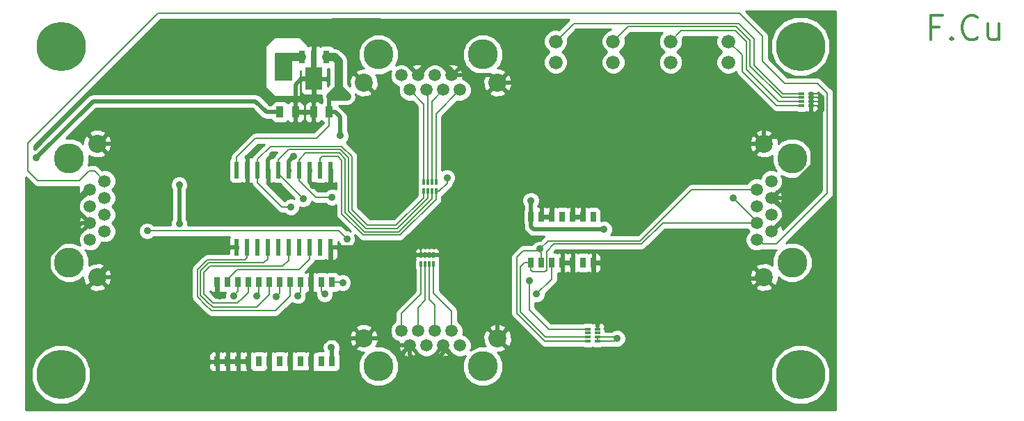
<source format=gtl>
G04 (created by PCBNEW (2013-07-07 BZR 4022)-stable) date 24/09/2013 15:52:17*
%MOIN*%
G04 Gerber Fmt 3.4, Leading zero omitted, Abs format*
%FSLAX34Y34*%
G01*
G70*
G90*
G04 APERTURE LIST*
%ADD10C,0.00590551*%
%ADD11C,0.011811*%
%ADD12C,0.066*%
%ADD13C,0.23622*%
%ADD14R,0.0256X0.0118*%
%ADD15R,0.0118X0.0256*%
%ADD16R,0.025X0.05*%
%ADD17R,0.035X0.055*%
%ADD18C,0.1437*%
%ADD19C,0.0591*%
%ADD20C,0.0866142*%
%ADD21R,0.0276X0.063*%
%ADD22R,0.0276X0.0827*%
%ADD23R,0.0787X0.1083*%
%ADD24R,0.023622X0.0787402*%
%ADD25R,0.03X0.05*%
%ADD26C,0.035*%
%ADD27C,0.019685*%
%ADD28C,0.0393701*%
%ADD29C,0.00787402*%
%ADD30C,0.01*%
G04 APERTURE END LIST*
G54D10*
G54D11*
X53093Y-9308D02*
X52699Y-9308D01*
X52699Y-9926D02*
X52699Y-8745D01*
X53262Y-8745D01*
X53712Y-9814D02*
X53768Y-9870D01*
X53712Y-9926D01*
X53655Y-9870D01*
X53712Y-9814D01*
X53712Y-9926D01*
X54949Y-9814D02*
X54893Y-9870D01*
X54724Y-9926D01*
X54611Y-9926D01*
X54443Y-9870D01*
X54330Y-9758D01*
X54274Y-9645D01*
X54218Y-9420D01*
X54218Y-9251D01*
X54274Y-9026D01*
X54330Y-8914D01*
X54443Y-8802D01*
X54611Y-8745D01*
X54724Y-8745D01*
X54893Y-8802D01*
X54949Y-8858D01*
X55961Y-9139D02*
X55961Y-9926D01*
X55455Y-9139D02*
X55455Y-9758D01*
X55511Y-9870D01*
X55624Y-9926D01*
X55793Y-9926D01*
X55905Y-9870D01*
X55961Y-9814D01*
G54D12*
X42997Y-10998D03*
X42997Y-9998D03*
X40241Y-10998D03*
X40241Y-9998D03*
X37485Y-10998D03*
X37485Y-9998D03*
X34729Y-10998D03*
X34729Y-9998D03*
G54D13*
X46456Y-10236D03*
X46456Y-25984D03*
X11023Y-25984D03*
X11023Y-10236D03*
G54D14*
X46504Y-12500D03*
X46504Y-12697D03*
X46504Y-12894D03*
X46504Y-13091D03*
X46957Y-13091D03*
X46957Y-12894D03*
X46957Y-12697D03*
X46957Y-12500D03*
G54D15*
X28405Y-17196D03*
X28602Y-17196D03*
X28799Y-17196D03*
X28996Y-17196D03*
X28996Y-16743D03*
X28799Y-16743D03*
X28602Y-16743D03*
X28405Y-16743D03*
G54D14*
X36724Y-24389D03*
X36724Y-24192D03*
X36724Y-23995D03*
X36724Y-23798D03*
X36271Y-23798D03*
X36271Y-23995D03*
X36271Y-24192D03*
X36271Y-24389D03*
G54D16*
X33539Y-20627D03*
X34039Y-20627D03*
X34539Y-20627D03*
X35039Y-20627D03*
X35539Y-20627D03*
X36039Y-20627D03*
X36539Y-20627D03*
X36539Y-18427D03*
X36039Y-18427D03*
X35539Y-18427D03*
X35039Y-18427D03*
X34539Y-18427D03*
X34039Y-18427D03*
X33539Y-18427D03*
G54D15*
X28877Y-20244D03*
X28680Y-20244D03*
X28483Y-20244D03*
X28286Y-20244D03*
X28286Y-20697D03*
X28483Y-20697D03*
X28680Y-20697D03*
X28877Y-20697D03*
G54D17*
X21514Y-13385D03*
X22264Y-13385D03*
X23878Y-13385D03*
X23128Y-13385D03*
G54D18*
X26240Y-10629D03*
X31240Y-10629D03*
G54D19*
X27334Y-11629D03*
X27736Y-12330D03*
X28137Y-11629D03*
X28539Y-12330D03*
X28940Y-11629D03*
X29342Y-12330D03*
X29744Y-11629D03*
X30145Y-12330D03*
G54D20*
X25539Y-11980D03*
X31940Y-11980D03*
G54D18*
X46062Y-15610D03*
X46062Y-20610D03*
G54D19*
X45062Y-16704D03*
X44362Y-17106D03*
X45062Y-17507D03*
X44362Y-17909D03*
X45062Y-18311D03*
X44362Y-18712D03*
X45062Y-19114D03*
X44362Y-19515D03*
G54D20*
X44712Y-14909D03*
X44712Y-21311D03*
G54D18*
X11417Y-20610D03*
X11417Y-15610D03*
G54D19*
X12417Y-19515D03*
X13118Y-19114D03*
X12417Y-18712D03*
X13118Y-18311D03*
X12417Y-17909D03*
X13118Y-17507D03*
X12417Y-17106D03*
X13118Y-16704D03*
G54D20*
X12767Y-21311D03*
X12767Y-14909D03*
G54D18*
X31240Y-25590D03*
X26240Y-25590D03*
G54D19*
X30145Y-24590D03*
X29744Y-23889D03*
X29342Y-24590D03*
X28940Y-23889D03*
X28539Y-24590D03*
X28137Y-23889D03*
X27736Y-24590D03*
X27334Y-23889D03*
G54D20*
X31940Y-24240D03*
X25539Y-24240D03*
G54D21*
X23740Y-10748D03*
G54D22*
X23149Y-10846D03*
G54D21*
X22558Y-10748D03*
G54D23*
X23149Y-11791D03*
G54D24*
X23942Y-16181D03*
X23442Y-16181D03*
X22942Y-16181D03*
X22442Y-16181D03*
X21942Y-16181D03*
X21442Y-16181D03*
X20942Y-16181D03*
X20442Y-16181D03*
X19942Y-16181D03*
X19442Y-16181D03*
X19442Y-19881D03*
X19942Y-19881D03*
X20442Y-19881D03*
X20942Y-19881D03*
X21442Y-19881D03*
X21942Y-19881D03*
X22442Y-19881D03*
X22942Y-19881D03*
X23442Y-19881D03*
X23942Y-19881D03*
G54D25*
X24009Y-21564D03*
X23509Y-21564D03*
X23009Y-21564D03*
X22509Y-21564D03*
X22009Y-21564D03*
X21509Y-21564D03*
X21009Y-21564D03*
X20509Y-21564D03*
X20009Y-21564D03*
X19509Y-21564D03*
X19009Y-21564D03*
X18509Y-21564D03*
X24009Y-25364D03*
X23509Y-25364D03*
X23009Y-25364D03*
X22509Y-25364D03*
X22009Y-25364D03*
X21509Y-25364D03*
X21009Y-25364D03*
X20509Y-25364D03*
X20009Y-25364D03*
X19509Y-25364D03*
X19009Y-25364D03*
X18509Y-25364D03*
G54D26*
X9842Y-15590D03*
X21496Y-11220D03*
X21496Y-11653D03*
X21496Y-10748D03*
X15157Y-19094D03*
X24724Y-19488D03*
X33976Y-19960D03*
X43228Y-17519D03*
X21181Y-15433D03*
X22165Y-15511D03*
X22992Y-22125D03*
X18622Y-22204D03*
X23110Y-14094D03*
X23110Y-16929D03*
X22362Y-22204D03*
X21338Y-22244D03*
X20393Y-22204D03*
X19291Y-22204D03*
X33818Y-22125D03*
X23661Y-22125D03*
X22047Y-17952D03*
X22637Y-17559D03*
X24015Y-17480D03*
X29527Y-16535D03*
X24527Y-21574D03*
X33464Y-21496D03*
X37677Y-24251D03*
X37047Y-19015D03*
X33543Y-17637D03*
X23976Y-24685D03*
X16692Y-18740D03*
X16692Y-16889D03*
X24409Y-14527D03*
X23937Y-12637D03*
X24330Y-12244D03*
X24724Y-12637D03*
G54D27*
X9842Y-15590D02*
X12559Y-12874D01*
X20866Y-13385D02*
X21514Y-13385D01*
X20354Y-12874D02*
X20866Y-13385D01*
X12559Y-12874D02*
X20354Y-12874D01*
G54D28*
X21496Y-10748D02*
X22558Y-10748D01*
X22558Y-10748D02*
X22558Y-10748D01*
G54D27*
X21496Y-11220D02*
X21496Y-11181D01*
X21496Y-11653D02*
X21496Y-11181D01*
X21496Y-11181D02*
X21496Y-10748D01*
G54D29*
X33976Y-19960D02*
X33976Y-20078D01*
X34039Y-20141D02*
X34039Y-20627D01*
X33976Y-20078D02*
X34039Y-20141D01*
X33622Y-20039D02*
X33897Y-20039D01*
X36271Y-24389D02*
X34206Y-24389D01*
X32874Y-23057D02*
X34206Y-24389D01*
X32874Y-20354D02*
X32874Y-23057D01*
X33188Y-20039D02*
X32874Y-20354D01*
X33622Y-20039D02*
X33188Y-20039D01*
X33897Y-20039D02*
X33976Y-19960D01*
X34566Y-19566D02*
X34370Y-19566D01*
X44362Y-17106D02*
X41240Y-17106D01*
X41240Y-17106D02*
X38779Y-19566D01*
X38779Y-19566D02*
X34566Y-19566D01*
X24330Y-19094D02*
X15157Y-19094D01*
X24724Y-19488D02*
X24330Y-19094D01*
X34370Y-19566D02*
X33976Y-19960D01*
X34039Y-20627D02*
X34039Y-20456D01*
X13118Y-19114D02*
X13169Y-19114D01*
X44362Y-18712D02*
X44362Y-18653D01*
X44362Y-18653D02*
X43228Y-17519D01*
X36271Y-24192D02*
X34231Y-24192D01*
X33230Y-20627D02*
X33539Y-20627D01*
X33031Y-20826D02*
X33230Y-20627D01*
X33031Y-22992D02*
X33031Y-20826D01*
X34231Y-24192D02*
X33031Y-22992D01*
X44362Y-18712D02*
X39856Y-18712D01*
X33539Y-20980D02*
X33539Y-20627D01*
X33622Y-21062D02*
X33539Y-20980D01*
X34212Y-21062D02*
X33622Y-21062D01*
X34291Y-20984D02*
X34212Y-21062D01*
X34291Y-20065D02*
X34291Y-20984D01*
X34632Y-19724D02*
X34291Y-20065D01*
X38844Y-19724D02*
X34632Y-19724D01*
X39856Y-18712D02*
X38844Y-19724D01*
G54D27*
X20942Y-16181D02*
X20942Y-15671D01*
X20942Y-15671D02*
X21181Y-15433D01*
X21942Y-16181D02*
X21942Y-15734D01*
X21942Y-15734D02*
X22165Y-15511D01*
G54D29*
X35039Y-20627D02*
X35039Y-21141D01*
X36724Y-22826D02*
X36724Y-23798D01*
X35039Y-21141D02*
X36724Y-22826D01*
G54D27*
X22009Y-25364D02*
X22009Y-25789D01*
X23009Y-25769D02*
X23009Y-25364D01*
X22913Y-25866D02*
X23009Y-25769D01*
X22086Y-25866D02*
X22913Y-25866D01*
X22009Y-25789D02*
X22086Y-25866D01*
X21009Y-25364D02*
X21009Y-24935D01*
X22009Y-24883D02*
X22009Y-25364D01*
X21889Y-24763D02*
X22009Y-24883D01*
X21181Y-24763D02*
X21889Y-24763D01*
X21009Y-24935D02*
X21181Y-24763D01*
X20009Y-25364D02*
X20009Y-25718D01*
X21009Y-25722D02*
X21009Y-25364D01*
X20826Y-25905D02*
X21009Y-25722D01*
X20196Y-25905D02*
X20826Y-25905D01*
X20009Y-25718D02*
X20196Y-25905D01*
X19509Y-25364D02*
X20009Y-25364D01*
X19009Y-25364D02*
X19509Y-25364D01*
X18509Y-25364D02*
X19009Y-25364D01*
X47244Y-14291D02*
X47440Y-14488D01*
X47244Y-14291D02*
X46957Y-14004D01*
X46957Y-13650D02*
X46957Y-14004D01*
X45917Y-17507D02*
X45062Y-17507D01*
X47440Y-15984D02*
X45917Y-17507D01*
X47440Y-14488D02*
X47440Y-15984D01*
X45062Y-17507D02*
X45129Y-17507D01*
X45944Y-16692D02*
X46299Y-16692D01*
X46299Y-16692D02*
X47047Y-15944D01*
X47047Y-15944D02*
X47047Y-15157D01*
X47047Y-15157D02*
X46456Y-14566D01*
X46456Y-14566D02*
X45055Y-14566D01*
X45055Y-14566D02*
X44712Y-14909D01*
X45129Y-17507D02*
X45944Y-16692D01*
X31940Y-11980D02*
X43043Y-11980D01*
X44712Y-13649D02*
X44712Y-14909D01*
X43043Y-11980D02*
X44712Y-13649D01*
X30566Y-11629D02*
X31590Y-11629D01*
X29744Y-11629D02*
X30566Y-11629D01*
X31590Y-11629D02*
X31940Y-11980D01*
X12767Y-14909D02*
X18830Y-14909D01*
X22264Y-13995D02*
X22264Y-13385D01*
X22125Y-14133D02*
X22264Y-13995D01*
X19606Y-14133D02*
X22125Y-14133D01*
X18830Y-14909D02*
X19606Y-14133D01*
X12767Y-21311D02*
X12767Y-21208D01*
X12767Y-21208D02*
X14566Y-19409D01*
X14566Y-19409D02*
X14566Y-16708D01*
X14566Y-16708D02*
X12767Y-14909D01*
X12767Y-21311D02*
X12767Y-21326D01*
X12767Y-21326D02*
X12125Y-21968D01*
X12125Y-21968D02*
X10787Y-21968D01*
X10787Y-21968D02*
X10433Y-21614D01*
X10433Y-21614D02*
X10433Y-20275D01*
X10433Y-20275D02*
X11996Y-18712D01*
X11996Y-18712D02*
X12417Y-18712D01*
X12767Y-21311D02*
X16641Y-21311D01*
X16641Y-21311D02*
X18070Y-19881D01*
X18070Y-19881D02*
X19442Y-19881D01*
X36039Y-18427D02*
X36039Y-17661D01*
X36039Y-17661D02*
X38791Y-14909D01*
X38791Y-14909D02*
X44712Y-14909D01*
X34039Y-18427D02*
X34539Y-18427D01*
X35539Y-18427D02*
X36039Y-18427D01*
X34539Y-18427D02*
X34539Y-18019D01*
X35539Y-17940D02*
X35539Y-18427D01*
X35354Y-17755D02*
X35539Y-17940D01*
X34803Y-17755D02*
X35354Y-17755D01*
X34539Y-18019D02*
X34803Y-17755D01*
X35039Y-20627D02*
X35539Y-20627D01*
X35539Y-20627D02*
X35539Y-21169D01*
X36539Y-21137D02*
X36539Y-20627D01*
X36259Y-21417D02*
X36539Y-21137D01*
X35787Y-21417D02*
X36259Y-21417D01*
X35539Y-21169D02*
X35787Y-21417D01*
X36539Y-20627D02*
X44029Y-20627D01*
X44029Y-20627D02*
X44712Y-21311D01*
X42430Y-22451D02*
X43503Y-21377D01*
X29342Y-24696D02*
X30039Y-25393D01*
X30039Y-25393D02*
X30039Y-25984D01*
X30039Y-25984D02*
X30708Y-26653D01*
X42430Y-22451D02*
X38228Y-26653D01*
X30708Y-26653D02*
X38228Y-26653D01*
X29342Y-24590D02*
X29342Y-24696D01*
X44645Y-21377D02*
X44712Y-21311D01*
X43503Y-21377D02*
X44645Y-21377D01*
X18509Y-21564D02*
X18509Y-22092D01*
X23009Y-22108D02*
X23009Y-21564D01*
X22992Y-22125D02*
X23009Y-22108D01*
X18509Y-22092D02*
X18622Y-22204D01*
X23009Y-21564D02*
X23009Y-21084D01*
X23942Y-20545D02*
X23942Y-19881D01*
X23661Y-20826D02*
X23942Y-20545D01*
X23267Y-20826D02*
X23661Y-20826D01*
X23009Y-21084D02*
X23267Y-20826D01*
X23110Y-16929D02*
X23779Y-16929D01*
X23942Y-16765D02*
X23942Y-16181D01*
X23779Y-16929D02*
X23942Y-16765D01*
X22942Y-16181D02*
X22942Y-16761D01*
X23128Y-14075D02*
X23128Y-13385D01*
X23110Y-14094D02*
X23128Y-14075D01*
X22942Y-16761D02*
X23110Y-16929D01*
X25539Y-24240D02*
X26484Y-24240D01*
X26834Y-24590D02*
X27736Y-24590D01*
X26484Y-24240D02*
X26834Y-24590D01*
X23009Y-25364D02*
X23009Y-25021D01*
X23009Y-25021D02*
X23791Y-24240D01*
X23791Y-24240D02*
X25539Y-24240D01*
G54D29*
X28877Y-20244D02*
X29968Y-20244D01*
X28680Y-20244D02*
X28877Y-20244D01*
X28483Y-20244D02*
X28680Y-20244D01*
X28286Y-20244D02*
X28483Y-20244D01*
X27480Y-19881D02*
X28149Y-19881D01*
X28286Y-20018D02*
X28286Y-20244D01*
X28149Y-19881D02*
X28286Y-20018D01*
G54D27*
X23942Y-19881D02*
X27480Y-19881D01*
X31940Y-22216D02*
X31940Y-24240D01*
X29968Y-20244D02*
X31940Y-22216D01*
X29173Y-19448D02*
X29968Y-20244D01*
X27480Y-19881D02*
X27913Y-19448D01*
X27913Y-19448D02*
X29173Y-19448D01*
G54D29*
X47382Y-13091D02*
X46957Y-13091D01*
X47559Y-13267D02*
X47382Y-13091D01*
X47559Y-13287D02*
X47559Y-13267D01*
X47559Y-13287D02*
X47559Y-13090D01*
X47559Y-13090D02*
X47362Y-12893D01*
X46957Y-12893D02*
X46957Y-12894D01*
X47362Y-12893D02*
X46957Y-12893D01*
X47559Y-12893D02*
X47362Y-12696D01*
X46957Y-12696D02*
X46957Y-12697D01*
X47362Y-12696D02*
X46957Y-12696D01*
X46957Y-13650D02*
X47235Y-13650D01*
X47421Y-12500D02*
X46957Y-12500D01*
X47559Y-12637D02*
X47421Y-12500D01*
X47559Y-13326D02*
X47559Y-13287D01*
X47559Y-13090D02*
X47559Y-12893D01*
X47559Y-12893D02*
X47559Y-12637D01*
X47235Y-13650D02*
X47559Y-13326D01*
X46957Y-13650D02*
X46957Y-13385D01*
X46957Y-13385D02*
X46957Y-13091D01*
G54D27*
X46957Y-13650D02*
X46948Y-13641D01*
X22264Y-13385D02*
X22264Y-12065D01*
X22264Y-12065D02*
X22539Y-11791D01*
X22539Y-11791D02*
X23149Y-11791D01*
X23149Y-11791D02*
X23149Y-13365D01*
X23149Y-13365D02*
X23128Y-13385D01*
X22264Y-13385D02*
X23128Y-13385D01*
X26299Y-8976D02*
X24055Y-8976D01*
X28137Y-11629D02*
X28137Y-11602D01*
X27401Y-10078D02*
X26299Y-8976D01*
X27401Y-10866D02*
X27401Y-10078D01*
X28137Y-11602D02*
X27401Y-10866D01*
X23149Y-9881D02*
X23149Y-10846D01*
X24055Y-8976D02*
X23149Y-9881D01*
X28137Y-11629D02*
X28137Y-11468D01*
X29744Y-11397D02*
X29744Y-11629D01*
X29212Y-10866D02*
X29744Y-11397D01*
X28740Y-10866D02*
X29212Y-10866D01*
X28137Y-11468D02*
X28740Y-10866D01*
X12417Y-17106D02*
X12263Y-17106D01*
X12263Y-17106D02*
X11732Y-17637D01*
X11732Y-17637D02*
X11732Y-18027D01*
X11732Y-18027D02*
X12417Y-18712D01*
X45062Y-17507D02*
X45145Y-17507D01*
X45145Y-17507D02*
X45748Y-18110D01*
X45748Y-18429D02*
X45062Y-19114D01*
X45748Y-18110D02*
X45748Y-18429D01*
G54D29*
X46957Y-12500D02*
X46957Y-12697D01*
X46957Y-12697D02*
X46957Y-12894D01*
X46957Y-12894D02*
X46957Y-13091D01*
G54D27*
X27736Y-24590D02*
X27736Y-25059D01*
X27736Y-25059D02*
X28031Y-25354D01*
X28031Y-25354D02*
X28937Y-25354D01*
X28937Y-25354D02*
X29342Y-24948D01*
X29342Y-24948D02*
X29342Y-24590D01*
G54D29*
X22509Y-21564D02*
X22509Y-22057D01*
X22509Y-22057D02*
X22362Y-22204D01*
X29744Y-23889D02*
X29744Y-22933D01*
X28877Y-22066D02*
X28877Y-20697D01*
X29744Y-22933D02*
X28877Y-22066D01*
X21509Y-21564D02*
X21509Y-22072D01*
X21509Y-22072D02*
X21338Y-22244D01*
X28680Y-20697D02*
X28680Y-22381D01*
X28940Y-22641D02*
X28940Y-23889D01*
X28680Y-22381D02*
X28940Y-22641D01*
X20509Y-21564D02*
X20509Y-22088D01*
X20509Y-22088D02*
X20393Y-22204D01*
X28483Y-20697D02*
X28483Y-22421D01*
X28137Y-22767D02*
X28137Y-23889D01*
X28483Y-22421D02*
X28137Y-22767D01*
X19509Y-21564D02*
X19509Y-21986D01*
X19509Y-21986D02*
X19291Y-22204D01*
X27334Y-23889D02*
X27334Y-23059D01*
X28286Y-22107D02*
X28286Y-20697D01*
X27334Y-23059D02*
X28286Y-22107D01*
X28799Y-16743D02*
X28799Y-12873D01*
X28799Y-12873D02*
X29342Y-12330D01*
X20669Y-22480D02*
X20393Y-22755D01*
X18019Y-22480D02*
X17716Y-22177D01*
X17716Y-22177D02*
X17716Y-21011D01*
X17716Y-21011D02*
X18097Y-20629D01*
X18097Y-20629D02*
X20748Y-20629D01*
X20748Y-20629D02*
X20942Y-20435D01*
X20942Y-20435D02*
X20942Y-19881D01*
X18294Y-22755D02*
X18019Y-22480D01*
X20393Y-22755D02*
X18294Y-22755D01*
X21009Y-21564D02*
X21009Y-22139D01*
X21009Y-22139D02*
X20669Y-22480D01*
X20669Y-22480D02*
X20669Y-22480D01*
X17953Y-22637D02*
X17953Y-22638D01*
X22009Y-22202D02*
X21574Y-22637D01*
X22009Y-22202D02*
X22009Y-21564D01*
X21299Y-22913D02*
X21574Y-22637D01*
X18228Y-22913D02*
X21299Y-22913D01*
X17953Y-22638D02*
X18228Y-22913D01*
X19942Y-20372D02*
X19942Y-19881D01*
X19842Y-20472D02*
X19942Y-20372D01*
X18032Y-20472D02*
X19842Y-20472D01*
X17559Y-20946D02*
X18032Y-20472D01*
X17559Y-22242D02*
X17559Y-20946D01*
X17953Y-22637D02*
X17953Y-22637D01*
X17953Y-22637D02*
X17559Y-22242D01*
X46504Y-13091D02*
X45296Y-13091D01*
X43661Y-10662D02*
X42997Y-9998D01*
X43661Y-11456D02*
X43661Y-10662D01*
X45296Y-13091D02*
X43661Y-11456D01*
X46504Y-12894D02*
X45413Y-12894D01*
X40751Y-9488D02*
X40241Y-9998D01*
X43346Y-9488D02*
X40751Y-9488D01*
X43858Y-10000D02*
X43346Y-9488D01*
X43858Y-11338D02*
X43858Y-10000D01*
X45413Y-12894D02*
X43858Y-11338D01*
X46504Y-12697D02*
X45571Y-12697D01*
X38192Y-9291D02*
X37485Y-9998D01*
X43385Y-9291D02*
X38192Y-9291D01*
X44055Y-9960D02*
X43385Y-9291D01*
X44055Y-11181D02*
X44055Y-9960D01*
X45571Y-12697D02*
X44055Y-11181D01*
X28602Y-16743D02*
X28602Y-12394D01*
X28602Y-12394D02*
X28539Y-12330D01*
X28602Y-12394D02*
X28539Y-12330D01*
X23509Y-21564D02*
X23509Y-21974D01*
X34539Y-21405D02*
X34539Y-20627D01*
X33818Y-22125D02*
X34539Y-21405D01*
X23509Y-21974D02*
X23661Y-22125D01*
X28405Y-16743D02*
X28405Y-13000D01*
X28405Y-13000D02*
X27736Y-12330D01*
X46504Y-12500D02*
X45610Y-12500D01*
X35593Y-9133D02*
X34729Y-9998D01*
X43503Y-9133D02*
X35593Y-9133D01*
X44251Y-9881D02*
X43503Y-9133D01*
X44251Y-11141D02*
X44251Y-9881D01*
X45610Y-12500D02*
X44251Y-11141D01*
X44362Y-19515D02*
X44476Y-19515D01*
X30944Y-8661D02*
X15669Y-8661D01*
X15669Y-8661D02*
X9448Y-14881D01*
X9448Y-14881D02*
X9448Y-16220D01*
X9448Y-16220D02*
X9921Y-16692D01*
X9921Y-16692D02*
X11889Y-16692D01*
X11889Y-16692D02*
X12362Y-16220D01*
X12362Y-16220D02*
X12633Y-16220D01*
X12633Y-16220D02*
X13118Y-16704D01*
X43543Y-8661D02*
X30944Y-8661D01*
X44645Y-9763D02*
X43543Y-8661D01*
X44645Y-10944D02*
X44645Y-9763D01*
X45708Y-12007D02*
X44645Y-10944D01*
X47283Y-12007D02*
X45708Y-12007D01*
X47755Y-12480D02*
X47283Y-12007D01*
X47755Y-17283D02*
X47755Y-12480D01*
X45314Y-19724D02*
X47755Y-17283D01*
X44685Y-19724D02*
X45314Y-19724D01*
X44476Y-19515D02*
X44685Y-19724D01*
X28996Y-16743D02*
X28996Y-13479D01*
X28996Y-13479D02*
X30145Y-12330D01*
X19009Y-21564D02*
X19009Y-21423D01*
X19009Y-21423D02*
X19488Y-20944D01*
X22942Y-20442D02*
X22942Y-19881D01*
X22440Y-20944D02*
X22942Y-20442D01*
X19488Y-20944D02*
X22440Y-20944D01*
X19724Y-22322D02*
X19488Y-22559D01*
X18084Y-22322D02*
X17874Y-22112D01*
X17874Y-22112D02*
X17874Y-21076D01*
X17874Y-21076D02*
X18163Y-20787D01*
X18163Y-20787D02*
X21653Y-20787D01*
X21653Y-20787D02*
X21942Y-20498D01*
X21942Y-20498D02*
X21942Y-19881D01*
X18320Y-22559D02*
X18084Y-22322D01*
X19488Y-22559D02*
X18320Y-22559D01*
X20009Y-21564D02*
X20009Y-22037D01*
X20009Y-22037D02*
X19724Y-22322D01*
X19724Y-22322D02*
X19724Y-22322D01*
X20442Y-16181D02*
X20442Y-16781D01*
X21614Y-17952D02*
X22047Y-17952D01*
X20442Y-16781D02*
X21614Y-17952D01*
X20442Y-16181D02*
X20442Y-15659D01*
X28405Y-17500D02*
X28405Y-17196D01*
X27087Y-18818D02*
X28405Y-17500D01*
X25707Y-18818D02*
X27087Y-18818D01*
X24960Y-18072D02*
X25707Y-18818D01*
X24960Y-15512D02*
X24960Y-18072D01*
X24487Y-15039D02*
X24960Y-15512D01*
X21062Y-15039D02*
X24487Y-15039D01*
X20442Y-15659D02*
X21062Y-15039D01*
X21442Y-16181D02*
X21442Y-16364D01*
X21442Y-16364D02*
X22637Y-17559D01*
X21442Y-16181D02*
X21442Y-15683D01*
X28602Y-17526D02*
X28602Y-17196D01*
X27153Y-18976D02*
X28602Y-17526D01*
X25642Y-18976D02*
X27153Y-18976D01*
X24803Y-18137D02*
X25642Y-18976D01*
X24803Y-15578D02*
X24803Y-18137D01*
X24421Y-15196D02*
X24803Y-15578D01*
X21929Y-15196D02*
X24421Y-15196D01*
X21442Y-15683D02*
X21929Y-15196D01*
X22442Y-16181D02*
X22442Y-16694D01*
X23228Y-17480D02*
X24015Y-17480D01*
X22442Y-16694D02*
X23228Y-17480D01*
X22442Y-16181D02*
X22442Y-15667D01*
X28799Y-17552D02*
X28799Y-17196D01*
X27218Y-19133D02*
X28799Y-17552D01*
X25577Y-19133D02*
X27218Y-19133D01*
X24645Y-18202D02*
X25577Y-19133D01*
X24645Y-15643D02*
X24645Y-18202D01*
X24356Y-15354D02*
X24645Y-15643D01*
X22755Y-15354D02*
X24356Y-15354D01*
X22442Y-15667D02*
X22755Y-15354D01*
X28996Y-17196D02*
X29142Y-17196D01*
X29527Y-16811D02*
X29527Y-16535D01*
X29142Y-17196D02*
X29527Y-16811D01*
X23442Y-16181D02*
X23442Y-15612D01*
X28996Y-17578D02*
X28996Y-17196D01*
X27283Y-19291D02*
X28996Y-17578D01*
X25511Y-19291D02*
X27283Y-19291D01*
X24488Y-18267D02*
X25511Y-19291D01*
X24488Y-15708D02*
X24488Y-18267D01*
X24291Y-15511D02*
X24488Y-15708D01*
X23543Y-15511D02*
X24291Y-15511D01*
X23442Y-15612D02*
X23543Y-15511D01*
X24009Y-21564D02*
X24517Y-21564D01*
X24517Y-21564D02*
X24527Y-21574D01*
X34389Y-23798D02*
X36271Y-23798D01*
X33464Y-22874D02*
X34389Y-23798D01*
X33464Y-21496D02*
X33464Y-22874D01*
X36724Y-24389D02*
X36724Y-24192D01*
X36724Y-24192D02*
X37617Y-24192D01*
X37617Y-24192D02*
X37677Y-24251D01*
X36724Y-24389D02*
X37539Y-24389D01*
X37539Y-24389D02*
X37677Y-24251D01*
G54D27*
X33539Y-18893D02*
X33661Y-19015D01*
X33539Y-18893D02*
X33539Y-18427D01*
X33661Y-19015D02*
X37047Y-19015D01*
X33543Y-17637D02*
X33539Y-17641D01*
X33539Y-17641D02*
X33539Y-18427D01*
X23878Y-13385D02*
X24173Y-13385D01*
X24009Y-24718D02*
X24009Y-25364D01*
X23976Y-24685D02*
X24009Y-24718D01*
X16692Y-16889D02*
X16692Y-18740D01*
X24409Y-13622D02*
X24409Y-14527D01*
X24173Y-13385D02*
X24409Y-13622D01*
G54D29*
X19442Y-16181D02*
X19442Y-15557D01*
X23878Y-14034D02*
X23878Y-13385D01*
X23267Y-14645D02*
X23878Y-14034D01*
X20354Y-14645D02*
X23267Y-14645D01*
X19442Y-15557D02*
X20354Y-14645D01*
G54D28*
X23937Y-12637D02*
X24330Y-12244D01*
X24724Y-12637D02*
X24330Y-12244D01*
X23937Y-12637D02*
X24724Y-12637D01*
X23740Y-10748D02*
X24133Y-10748D01*
X24133Y-10748D02*
X24330Y-10944D01*
X24330Y-10944D02*
X24330Y-12244D01*
G54D27*
X23878Y-13385D02*
X23878Y-12695D01*
X24330Y-10944D02*
X24133Y-10748D01*
X24330Y-12244D02*
X24330Y-10944D01*
X23878Y-12695D02*
X24330Y-12244D01*
X23858Y-13406D02*
X23878Y-13385D01*
G54D10*
G36*
X22086Y-11850D02*
X21299Y-11850D01*
X21299Y-10590D01*
X22086Y-10590D01*
X22086Y-11850D01*
X22086Y-11850D01*
G37*
G54D29*
X22086Y-11850D02*
X21299Y-11850D01*
X21299Y-10590D01*
X22086Y-10590D01*
X22086Y-11850D01*
G54D10*
G36*
X18889Y-22064D02*
X18866Y-22119D01*
X18866Y-22269D01*
X18440Y-22269D01*
X18288Y-22118D01*
X18288Y-22118D01*
X18288Y-22118D01*
X18163Y-21992D01*
X18163Y-21971D01*
X18218Y-22026D01*
X18310Y-22064D01*
X18397Y-22064D01*
X18459Y-22002D01*
X18459Y-21614D01*
X18451Y-21614D01*
X18451Y-21514D01*
X18459Y-21514D01*
X18459Y-21506D01*
X18559Y-21506D01*
X18559Y-21514D01*
X18567Y-21514D01*
X18567Y-21614D01*
X18559Y-21614D01*
X18559Y-22002D01*
X18622Y-22064D01*
X18709Y-22064D01*
X18759Y-22043D01*
X18809Y-22064D01*
X18889Y-22064D01*
X18889Y-22064D01*
G37*
G54D30*
X18889Y-22064D02*
X18866Y-22119D01*
X18866Y-22269D01*
X18440Y-22269D01*
X18288Y-22118D01*
X18288Y-22118D01*
X18288Y-22118D01*
X18163Y-21992D01*
X18163Y-21971D01*
X18218Y-22026D01*
X18310Y-22064D01*
X18397Y-22064D01*
X18459Y-22002D01*
X18459Y-21614D01*
X18451Y-21614D01*
X18451Y-21514D01*
X18459Y-21514D01*
X18459Y-21506D01*
X18559Y-21506D01*
X18559Y-21514D01*
X18567Y-21514D01*
X18567Y-21614D01*
X18559Y-21614D01*
X18559Y-22002D01*
X18622Y-22064D01*
X18709Y-22064D01*
X18759Y-22043D01*
X18809Y-22064D01*
X18889Y-22064D01*
G54D10*
G36*
X21388Y-15328D02*
X21238Y-15478D01*
X21179Y-15565D01*
X21110Y-15537D01*
X21055Y-15537D01*
X20992Y-15599D01*
X20992Y-15537D01*
X20974Y-15537D01*
X21182Y-15328D01*
X21388Y-15328D01*
X21388Y-15328D01*
G37*
G54D30*
X21388Y-15328D02*
X21238Y-15478D01*
X21179Y-15565D01*
X21110Y-15537D01*
X21055Y-15537D01*
X20992Y-15599D01*
X20992Y-15537D01*
X20974Y-15537D01*
X21182Y-15328D01*
X21388Y-15328D01*
G54D10*
G36*
X22000Y-16231D02*
X21992Y-16231D01*
X21992Y-16238D01*
X21892Y-16238D01*
X21892Y-16231D01*
X21885Y-16231D01*
X21885Y-16131D01*
X21892Y-16131D01*
X21892Y-16123D01*
X21992Y-16123D01*
X21992Y-16131D01*
X22000Y-16131D01*
X22000Y-16231D01*
X22000Y-16231D01*
G37*
G54D30*
X22000Y-16231D02*
X21992Y-16231D01*
X21992Y-16238D01*
X21892Y-16238D01*
X21892Y-16231D01*
X21885Y-16231D01*
X21885Y-16131D01*
X21892Y-16131D01*
X21892Y-16123D01*
X21992Y-16123D01*
X21992Y-16131D01*
X22000Y-16131D01*
X22000Y-16231D01*
G54D10*
G36*
X22212Y-17543D02*
X22212Y-17561D01*
X22132Y-17527D01*
X21963Y-17527D01*
X21806Y-17592D01*
X21735Y-17663D01*
X21734Y-17663D01*
X20862Y-16792D01*
X20892Y-16762D01*
X20892Y-16231D01*
X20885Y-16231D01*
X20885Y-16131D01*
X20892Y-16131D01*
X20892Y-16123D01*
X20992Y-16123D01*
X20992Y-16131D01*
X21000Y-16131D01*
X21000Y-16231D01*
X20992Y-16231D01*
X20992Y-16762D01*
X21055Y-16824D01*
X21110Y-16824D01*
X21193Y-16790D01*
X21274Y-16824D01*
X21374Y-16824D01*
X21494Y-16824D01*
X22212Y-17543D01*
X22212Y-17543D01*
G37*
G54D30*
X22212Y-17543D02*
X22212Y-17561D01*
X22132Y-17527D01*
X21963Y-17527D01*
X21806Y-17592D01*
X21735Y-17663D01*
X21734Y-17663D01*
X20862Y-16792D01*
X20892Y-16762D01*
X20892Y-16231D01*
X20885Y-16231D01*
X20885Y-16131D01*
X20892Y-16131D01*
X20892Y-16123D01*
X20992Y-16123D01*
X20992Y-16131D01*
X21000Y-16131D01*
X21000Y-16231D01*
X20992Y-16231D01*
X20992Y-16762D01*
X21055Y-16824D01*
X21110Y-16824D01*
X21193Y-16790D01*
X21274Y-16824D01*
X21374Y-16824D01*
X21494Y-16824D01*
X22212Y-17543D01*
G54D10*
G36*
X22222Y-15486D02*
X22175Y-15556D01*
X22174Y-15563D01*
X22110Y-15537D01*
X22055Y-15537D01*
X21992Y-15599D01*
X21992Y-15542D01*
X22048Y-15486D01*
X22222Y-15486D01*
X22222Y-15486D01*
G37*
G54D30*
X22222Y-15486D02*
X22175Y-15556D01*
X22174Y-15563D01*
X22110Y-15537D01*
X22055Y-15537D01*
X21992Y-15599D01*
X21992Y-15542D01*
X22048Y-15486D01*
X22222Y-15486D01*
G54D10*
G36*
X23000Y-16231D02*
X22992Y-16231D01*
X22992Y-16238D01*
X22892Y-16238D01*
X22892Y-16231D01*
X22885Y-16231D01*
X22885Y-16131D01*
X22892Y-16131D01*
X22892Y-16123D01*
X22992Y-16123D01*
X22992Y-16131D01*
X23000Y-16131D01*
X23000Y-16231D01*
X23000Y-16231D01*
G37*
G54D30*
X23000Y-16231D02*
X22992Y-16231D01*
X22992Y-16238D01*
X22892Y-16238D01*
X22892Y-16231D01*
X22885Y-16231D01*
X22885Y-16131D01*
X22892Y-16131D01*
X22892Y-16123D01*
X22992Y-16123D01*
X22992Y-16131D01*
X23000Y-16131D01*
X23000Y-16231D01*
G54D10*
G36*
X24198Y-17096D02*
X24100Y-17055D01*
X23931Y-17055D01*
X23775Y-17119D01*
X23704Y-17190D01*
X23348Y-17190D01*
X22982Y-16824D01*
X22992Y-16824D01*
X22992Y-16762D01*
X23055Y-16824D01*
X23110Y-16824D01*
X23193Y-16790D01*
X23274Y-16824D01*
X23374Y-16824D01*
X23610Y-16824D01*
X23692Y-16790D01*
X23775Y-16824D01*
X23830Y-16824D01*
X23892Y-16762D01*
X23892Y-16231D01*
X23885Y-16231D01*
X23885Y-16131D01*
X23892Y-16131D01*
X23892Y-16123D01*
X23992Y-16123D01*
X23992Y-16131D01*
X24000Y-16131D01*
X24000Y-16231D01*
X23992Y-16231D01*
X23992Y-16762D01*
X24055Y-16824D01*
X24110Y-16824D01*
X24198Y-16788D01*
X24198Y-17096D01*
X24198Y-17096D01*
G37*
G54D30*
X24198Y-17096D02*
X24100Y-17055D01*
X23931Y-17055D01*
X23775Y-17119D01*
X23704Y-17190D01*
X23348Y-17190D01*
X22982Y-16824D01*
X22992Y-16824D01*
X22992Y-16762D01*
X23055Y-16824D01*
X23110Y-16824D01*
X23193Y-16790D01*
X23274Y-16824D01*
X23374Y-16824D01*
X23610Y-16824D01*
X23692Y-16790D01*
X23775Y-16824D01*
X23830Y-16824D01*
X23892Y-16762D01*
X23892Y-16231D01*
X23885Y-16231D01*
X23885Y-16131D01*
X23892Y-16131D01*
X23892Y-16123D01*
X23992Y-16123D01*
X23992Y-16131D01*
X24000Y-16131D01*
X24000Y-16231D01*
X23992Y-16231D01*
X23992Y-16762D01*
X24055Y-16824D01*
X24110Y-16824D01*
X24198Y-16788D01*
X24198Y-17096D01*
G54D10*
G36*
X48155Y-27683D02*
X47888Y-27683D01*
X47888Y-25700D01*
X47670Y-25174D01*
X47268Y-24771D01*
X46742Y-24553D01*
X46173Y-24552D01*
X45647Y-24770D01*
X45244Y-25172D01*
X45124Y-25461D01*
X45124Y-21793D01*
X44712Y-21381D01*
X44641Y-21452D01*
X44641Y-21311D01*
X44230Y-20899D01*
X44121Y-20943D01*
X44025Y-21197D01*
X44034Y-21469D01*
X44121Y-21678D01*
X44230Y-21722D01*
X44641Y-21311D01*
X44641Y-21452D01*
X44301Y-21793D01*
X44344Y-21902D01*
X44599Y-21998D01*
X44870Y-21989D01*
X45080Y-21902D01*
X45124Y-21793D01*
X45124Y-25461D01*
X45025Y-25698D01*
X45025Y-26267D01*
X45242Y-26793D01*
X45644Y-27196D01*
X46170Y-27415D01*
X46740Y-27415D01*
X47266Y-27198D01*
X47669Y-26795D01*
X47887Y-26270D01*
X47888Y-25700D01*
X47888Y-27683D01*
X32628Y-27683D01*
X32628Y-24353D01*
X32619Y-24082D01*
X32532Y-23872D01*
X32423Y-23828D01*
X32352Y-23899D01*
X32352Y-23757D01*
X32352Y-12462D01*
X31940Y-12051D01*
X31529Y-12462D01*
X31573Y-12571D01*
X31827Y-12667D01*
X32098Y-12658D01*
X32308Y-12571D01*
X32352Y-12462D01*
X32352Y-23757D01*
X32308Y-23648D01*
X32054Y-23553D01*
X31782Y-23561D01*
X31573Y-23648D01*
X31529Y-23757D01*
X31940Y-24169D01*
X32352Y-23757D01*
X32352Y-23899D01*
X32011Y-24240D01*
X32423Y-24651D01*
X32532Y-24608D01*
X32628Y-24353D01*
X32628Y-27683D01*
X32352Y-27683D01*
X32352Y-24722D01*
X31940Y-24310D01*
X31935Y-24316D01*
X31864Y-24245D01*
X31870Y-24240D01*
X31458Y-23828D01*
X31349Y-23872D01*
X31253Y-24126D01*
X31262Y-24398D01*
X31349Y-24608D01*
X31384Y-24622D01*
X31048Y-24621D01*
X30692Y-24769D01*
X30640Y-24820D01*
X30691Y-24699D01*
X30691Y-24482D01*
X30691Y-12222D01*
X30608Y-12022D01*
X30455Y-11868D01*
X30266Y-11790D01*
X30294Y-11710D01*
X30283Y-11493D01*
X30221Y-11344D01*
X30126Y-11317D01*
X30056Y-11388D01*
X30056Y-11247D01*
X30029Y-11152D01*
X29824Y-11079D01*
X29608Y-11090D01*
X29458Y-11152D01*
X29432Y-11247D01*
X29744Y-11559D01*
X30056Y-11247D01*
X30056Y-11388D01*
X29814Y-11629D01*
X29820Y-11635D01*
X29749Y-11706D01*
X29744Y-11700D01*
X29738Y-11706D01*
X29667Y-11635D01*
X29673Y-11629D01*
X29431Y-11387D01*
X29403Y-11321D01*
X29250Y-11167D01*
X29049Y-11084D01*
X28832Y-11084D01*
X28632Y-11167D01*
X28478Y-11320D01*
X28450Y-11387D01*
X28449Y-11388D01*
X28449Y-11247D01*
X28422Y-11152D01*
X28218Y-11079D01*
X28001Y-11090D01*
X27852Y-11152D01*
X27825Y-11247D01*
X28137Y-11559D01*
X28449Y-11247D01*
X28449Y-11388D01*
X28208Y-11629D01*
X28214Y-11635D01*
X28143Y-11706D01*
X28137Y-11700D01*
X28132Y-11706D01*
X28061Y-11635D01*
X28067Y-11629D01*
X27824Y-11387D01*
X27797Y-11321D01*
X27644Y-11167D01*
X27443Y-11084D01*
X27226Y-11084D01*
X27073Y-11147D01*
X27208Y-10823D01*
X27208Y-10438D01*
X27061Y-10082D01*
X26789Y-9809D01*
X26433Y-9661D01*
X26048Y-9661D01*
X25692Y-9808D01*
X25419Y-10080D01*
X25271Y-10436D01*
X25271Y-10821D01*
X25418Y-11177D01*
X25537Y-11296D01*
X25381Y-11302D01*
X25171Y-11388D01*
X25127Y-11498D01*
X25539Y-11909D01*
X25544Y-11904D01*
X25615Y-11974D01*
X25610Y-11980D01*
X26021Y-12391D01*
X26130Y-12348D01*
X26226Y-12093D01*
X26217Y-11822D01*
X26130Y-11612D01*
X26095Y-11598D01*
X26431Y-11598D01*
X26788Y-11451D01*
X26839Y-11400D01*
X26789Y-11520D01*
X26789Y-11737D01*
X26871Y-11938D01*
X27025Y-12092D01*
X27212Y-12169D01*
X27190Y-12221D01*
X27190Y-12438D01*
X27273Y-12639D01*
X27426Y-12792D01*
X27627Y-12876D01*
X27844Y-12876D01*
X27864Y-12868D01*
X28116Y-13120D01*
X28116Y-16518D01*
X28096Y-16565D01*
X28096Y-16665D01*
X28096Y-16921D01*
X28116Y-16970D01*
X28096Y-17018D01*
X28096Y-17118D01*
X28096Y-17374D01*
X28104Y-17392D01*
X26967Y-18529D01*
X25827Y-18529D01*
X25250Y-17952D01*
X25250Y-15512D01*
X25227Y-15402D01*
X25165Y-15308D01*
X25165Y-15308D01*
X24697Y-14840D01*
X24769Y-14768D01*
X24834Y-14612D01*
X24834Y-14443D01*
X24769Y-14287D01*
X24757Y-14275D01*
X24757Y-13622D01*
X24757Y-13622D01*
X24757Y-13622D01*
X24731Y-13488D01*
X24655Y-13375D01*
X24655Y-13375D01*
X24419Y-13139D01*
X24337Y-13084D01*
X24724Y-13084D01*
X24724Y-13084D01*
X24895Y-13050D01*
X24895Y-13050D01*
X25040Y-12953D01*
X25137Y-12808D01*
X25137Y-12808D01*
X25171Y-12637D01*
X25171Y-12637D01*
X25144Y-12505D01*
X25171Y-12571D01*
X25425Y-12667D01*
X25697Y-12658D01*
X25907Y-12571D01*
X25950Y-12462D01*
X25539Y-12051D01*
X25533Y-12056D01*
X25463Y-11985D01*
X25468Y-11980D01*
X25057Y-11568D01*
X24947Y-11612D01*
X24852Y-11866D01*
X24861Y-12138D01*
X24864Y-12145D01*
X24777Y-12059D01*
X24777Y-10944D01*
X24743Y-10773D01*
X24646Y-10628D01*
X24646Y-10628D01*
X24449Y-10432D01*
X24304Y-10335D01*
X24133Y-10301D01*
X24094Y-10301D01*
X24090Y-10291D01*
X24020Y-10221D01*
X23928Y-10183D01*
X23829Y-10183D01*
X23553Y-10183D01*
X23461Y-10220D01*
X23445Y-10236D01*
X23429Y-10220D01*
X23337Y-10182D01*
X23262Y-10182D01*
X23199Y-10245D01*
X23199Y-10796D01*
X23207Y-10796D01*
X23207Y-10896D01*
X23199Y-10896D01*
X23199Y-11062D01*
X23199Y-11447D01*
X23199Y-11741D01*
X23730Y-11741D01*
X23793Y-11678D01*
X23793Y-11313D01*
X23883Y-11313D01*
X23883Y-12059D01*
X23793Y-12149D01*
X23793Y-11903D01*
X23730Y-11841D01*
X23199Y-11841D01*
X23199Y-12520D01*
X23262Y-12582D01*
X23501Y-12582D01*
X23490Y-12637D01*
X23524Y-12808D01*
X23530Y-12818D01*
X23530Y-12930D01*
X23503Y-12957D01*
X23445Y-12898D01*
X23353Y-12860D01*
X23241Y-12860D01*
X23178Y-12923D01*
X23178Y-13335D01*
X23186Y-13335D01*
X23186Y-13435D01*
X23178Y-13435D01*
X23178Y-13848D01*
X23241Y-13910D01*
X23353Y-13910D01*
X23445Y-13872D01*
X23503Y-13814D01*
X23562Y-13872D01*
X23589Y-13884D01*
X23589Y-13914D01*
X23147Y-14356D01*
X23099Y-14356D01*
X23099Y-12520D01*
X23099Y-11841D01*
X23099Y-11741D01*
X23099Y-11447D01*
X23099Y-11062D01*
X23099Y-10896D01*
X23091Y-10896D01*
X23091Y-10796D01*
X23099Y-10796D01*
X23099Y-10245D01*
X23037Y-10182D01*
X22962Y-10182D01*
X22883Y-10214D01*
X22461Y-9792D01*
X21239Y-9792D01*
X20816Y-10215D01*
X20816Y-12225D01*
X21239Y-12648D01*
X22490Y-12648D01*
X22490Y-11438D01*
X22506Y-11422D01*
X22506Y-11678D01*
X22568Y-11741D01*
X22884Y-11741D01*
X23099Y-11741D01*
X23099Y-11841D01*
X22884Y-11841D01*
X22568Y-11841D01*
X22506Y-11903D01*
X22506Y-12283D01*
X22506Y-12382D01*
X22544Y-12474D01*
X22614Y-12544D01*
X22706Y-12582D01*
X22884Y-12582D01*
X23037Y-12582D01*
X23099Y-12520D01*
X23099Y-14356D01*
X23078Y-14356D01*
X23078Y-13848D01*
X23078Y-13435D01*
X23078Y-13335D01*
X23078Y-12923D01*
X23016Y-12860D01*
X22904Y-12860D01*
X22884Y-12868D01*
X22812Y-12898D01*
X22742Y-12969D01*
X22703Y-13060D01*
X22703Y-13160D01*
X22703Y-13273D01*
X22766Y-13335D01*
X22884Y-13335D01*
X23078Y-13335D01*
X23078Y-13435D01*
X22884Y-13435D01*
X22766Y-13435D01*
X22703Y-13498D01*
X22703Y-13611D01*
X22703Y-13710D01*
X22742Y-13802D01*
X22812Y-13872D01*
X22884Y-13902D01*
X22904Y-13910D01*
X23016Y-13910D01*
X23078Y-13848D01*
X23078Y-14356D01*
X22884Y-14356D01*
X22689Y-14356D01*
X22689Y-13611D01*
X22689Y-13160D01*
X22689Y-13060D01*
X22651Y-12969D01*
X22581Y-12898D01*
X22489Y-12860D01*
X22377Y-12860D01*
X22314Y-12923D01*
X22314Y-13335D01*
X22627Y-13335D01*
X22689Y-13273D01*
X22689Y-13160D01*
X22689Y-13611D01*
X22689Y-13498D01*
X22627Y-13435D01*
X22314Y-13435D01*
X22314Y-13848D01*
X22377Y-13910D01*
X22489Y-13910D01*
X22581Y-13872D01*
X22651Y-13802D01*
X22689Y-13710D01*
X22689Y-13611D01*
X22689Y-14356D01*
X20354Y-14356D01*
X20261Y-14374D01*
X20243Y-14378D01*
X20149Y-14441D01*
X19238Y-15352D01*
X19175Y-15446D01*
X19153Y-15557D01*
X19153Y-15605D01*
X19112Y-15645D01*
X19074Y-15737D01*
X19074Y-15836D01*
X19074Y-16624D01*
X19112Y-16716D01*
X19183Y-16786D01*
X19274Y-16824D01*
X19374Y-16824D01*
X19610Y-16824D01*
X19692Y-16790D01*
X19775Y-16824D01*
X19830Y-16824D01*
X19892Y-16762D01*
X19892Y-16231D01*
X19885Y-16231D01*
X19885Y-16131D01*
X19892Y-16131D01*
X19892Y-15599D01*
X19851Y-15558D01*
X20474Y-14935D01*
X20758Y-14935D01*
X20238Y-15454D01*
X20175Y-15548D01*
X20172Y-15563D01*
X20110Y-15537D01*
X20055Y-15537D01*
X19992Y-15599D01*
X19992Y-16131D01*
X20000Y-16131D01*
X20000Y-16231D01*
X19992Y-16231D01*
X19992Y-16762D01*
X20055Y-16824D01*
X20110Y-16824D01*
X20158Y-16805D01*
X20175Y-16892D01*
X20238Y-16986D01*
X21409Y-18157D01*
X21409Y-18157D01*
X21503Y-18220D01*
X21614Y-18242D01*
X21735Y-18242D01*
X21806Y-18312D01*
X21962Y-18377D01*
X22131Y-18377D01*
X22287Y-18313D01*
X22407Y-18193D01*
X22472Y-18037D01*
X22472Y-17950D01*
X22552Y-17983D01*
X22721Y-17984D01*
X22878Y-17919D01*
X22884Y-17913D01*
X22997Y-17800D01*
X23040Y-17696D01*
X23117Y-17747D01*
X23228Y-17769D01*
X23704Y-17769D01*
X23774Y-17840D01*
X23930Y-17905D01*
X24099Y-17905D01*
X24198Y-17864D01*
X24198Y-18267D01*
X24220Y-18378D01*
X24283Y-18472D01*
X24920Y-19109D01*
X24809Y-19063D01*
X24708Y-19063D01*
X24535Y-18889D01*
X24441Y-18827D01*
X24330Y-18805D01*
X22884Y-18805D01*
X17117Y-18805D01*
X17117Y-18655D01*
X17053Y-18499D01*
X17041Y-18487D01*
X17041Y-17142D01*
X17053Y-17130D01*
X17117Y-16974D01*
X17117Y-16805D01*
X17053Y-16649D01*
X16933Y-16529D01*
X16777Y-16464D01*
X16608Y-16464D01*
X16452Y-16529D01*
X16332Y-16648D01*
X16267Y-16804D01*
X16267Y-16973D01*
X16332Y-17130D01*
X16344Y-17142D01*
X16344Y-18487D01*
X16332Y-18499D01*
X16267Y-18655D01*
X16267Y-18805D01*
X15469Y-18805D01*
X15398Y-18734D01*
X15242Y-18669D01*
X15073Y-18669D01*
X14917Y-18733D01*
X14797Y-18853D01*
X14732Y-19009D01*
X14732Y-19178D01*
X14796Y-19334D01*
X14916Y-19454D01*
X15072Y-19519D01*
X15241Y-19519D01*
X15397Y-19454D01*
X15469Y-19383D01*
X19097Y-19383D01*
X19074Y-19438D01*
X19074Y-19537D01*
X19074Y-19769D01*
X19137Y-19831D01*
X19392Y-19831D01*
X19392Y-19824D01*
X19492Y-19824D01*
X19492Y-19831D01*
X19500Y-19831D01*
X19500Y-19931D01*
X19492Y-19931D01*
X19492Y-19939D01*
X19392Y-19939D01*
X19392Y-19931D01*
X19137Y-19931D01*
X19074Y-19994D01*
X19074Y-20183D01*
X18032Y-20183D01*
X17921Y-20205D01*
X17828Y-20267D01*
X17354Y-20741D01*
X17291Y-20835D01*
X17269Y-20946D01*
X17269Y-22242D01*
X17291Y-22353D01*
X17354Y-22447D01*
X17746Y-22839D01*
X17748Y-22842D01*
X18023Y-23118D01*
X18023Y-23118D01*
X18117Y-23180D01*
X18228Y-23202D01*
X21299Y-23202D01*
X21299Y-23202D01*
X21409Y-23180D01*
X21503Y-23118D01*
X21779Y-22842D01*
X21779Y-22842D01*
X21779Y-22842D01*
X22089Y-22532D01*
X22121Y-22564D01*
X22277Y-22629D01*
X22446Y-22629D01*
X22602Y-22565D01*
X22722Y-22445D01*
X22787Y-22289D01*
X22787Y-22120D01*
X22786Y-22119D01*
X22798Y-22059D01*
X22810Y-22064D01*
X22884Y-22064D01*
X22897Y-22064D01*
X22959Y-22002D01*
X22959Y-21614D01*
X22951Y-21614D01*
X22951Y-21514D01*
X22959Y-21514D01*
X22959Y-21127D01*
X22897Y-21064D01*
X22884Y-21064D01*
X22810Y-21064D01*
X22759Y-21085D01*
X22724Y-21070D01*
X22884Y-20910D01*
X23147Y-20647D01*
X23147Y-20647D01*
X23210Y-20553D01*
X23220Y-20502D01*
X23274Y-20525D01*
X23374Y-20525D01*
X23610Y-20525D01*
X23692Y-20491D01*
X23775Y-20525D01*
X23830Y-20525D01*
X23892Y-20463D01*
X23892Y-19931D01*
X23885Y-19931D01*
X23885Y-19831D01*
X23892Y-19831D01*
X23892Y-19824D01*
X23992Y-19824D01*
X23992Y-19831D01*
X24248Y-19831D01*
X24311Y-19769D01*
X24311Y-19600D01*
X24363Y-19728D01*
X24483Y-19848D01*
X24639Y-19913D01*
X24808Y-19913D01*
X24964Y-19848D01*
X25084Y-19729D01*
X25149Y-19573D01*
X25149Y-19404D01*
X25103Y-19291D01*
X25307Y-19495D01*
X25307Y-19495D01*
X25401Y-19558D01*
X25511Y-19580D01*
X27283Y-19580D01*
X27283Y-19580D01*
X27394Y-19558D01*
X27488Y-19495D01*
X29201Y-17782D01*
X29201Y-17782D01*
X29264Y-17688D01*
X29286Y-17578D01*
X29286Y-17578D01*
X29286Y-17441D01*
X29346Y-17401D01*
X29732Y-17015D01*
X29732Y-17015D01*
X29774Y-16952D01*
X29794Y-16921D01*
X29794Y-16921D01*
X29807Y-16856D01*
X29887Y-16776D01*
X29952Y-16620D01*
X29952Y-16451D01*
X29888Y-16295D01*
X29768Y-16175D01*
X29612Y-16110D01*
X29443Y-16110D01*
X29287Y-16174D01*
X29286Y-16175D01*
X29286Y-13599D01*
X30017Y-12868D01*
X30036Y-12876D01*
X30253Y-12876D01*
X30454Y-12793D01*
X30607Y-12640D01*
X30691Y-12439D01*
X30691Y-12222D01*
X30691Y-24482D01*
X30608Y-24281D01*
X30455Y-24128D01*
X30267Y-24050D01*
X30289Y-23998D01*
X30289Y-23781D01*
X30206Y-23581D01*
X30053Y-23427D01*
X30033Y-23419D01*
X30033Y-22933D01*
X30033Y-22933D01*
X30011Y-22822D01*
X30011Y-22822D01*
X29990Y-22791D01*
X29948Y-22728D01*
X29948Y-22728D01*
X29167Y-21946D01*
X29167Y-20922D01*
X29186Y-20875D01*
X29186Y-20775D01*
X29186Y-20519D01*
X29166Y-20470D01*
X29186Y-20422D01*
X29186Y-20322D01*
X29186Y-20165D01*
X29186Y-20066D01*
X29148Y-19974D01*
X29078Y-19904D01*
X28986Y-19866D01*
X28969Y-19866D01*
X28907Y-19928D01*
X28907Y-19930D01*
X28881Y-19904D01*
X28789Y-19866D01*
X28779Y-19866D01*
X28769Y-19866D01*
X28680Y-19902D01*
X28592Y-19866D01*
X28582Y-19866D01*
X28572Y-19866D01*
X28483Y-19902D01*
X28395Y-19866D01*
X28385Y-19866D01*
X28375Y-19866D01*
X28283Y-19904D01*
X28257Y-19930D01*
X28257Y-19928D01*
X28194Y-19866D01*
X28178Y-19866D01*
X28086Y-19904D01*
X28015Y-19974D01*
X27977Y-20066D01*
X27977Y-20165D01*
X27977Y-20131D01*
X28040Y-20194D01*
X28237Y-20194D01*
X28257Y-20194D01*
X28316Y-20194D01*
X28434Y-20194D01*
X28454Y-20194D01*
X28513Y-20194D01*
X28533Y-20194D01*
X28631Y-20194D01*
X28651Y-20194D01*
X28710Y-20194D01*
X28730Y-20194D01*
X28848Y-20194D01*
X28907Y-20194D01*
X28927Y-20194D01*
X29124Y-20194D01*
X29186Y-20131D01*
X29186Y-20165D01*
X29186Y-20322D01*
X29186Y-20356D01*
X29124Y-20294D01*
X28927Y-20294D01*
X28907Y-20294D01*
X28848Y-20294D01*
X28730Y-20294D01*
X28710Y-20294D01*
X28651Y-20294D01*
X28631Y-20294D01*
X28533Y-20294D01*
X28513Y-20294D01*
X28454Y-20294D01*
X28434Y-20294D01*
X28316Y-20294D01*
X28257Y-20294D01*
X28237Y-20294D01*
X28040Y-20294D01*
X27977Y-20356D01*
X27977Y-20322D01*
X27977Y-20422D01*
X27997Y-20470D01*
X27977Y-20519D01*
X27977Y-20618D01*
X27977Y-20874D01*
X27997Y-20922D01*
X27997Y-21987D01*
X27130Y-22854D01*
X27067Y-22948D01*
X27045Y-23059D01*
X27045Y-23419D01*
X27026Y-23427D01*
X26872Y-23580D01*
X26789Y-23780D01*
X26789Y-23997D01*
X26871Y-24198D01*
X27025Y-24351D01*
X27214Y-24430D01*
X27185Y-24509D01*
X27196Y-24726D01*
X27258Y-24875D01*
X27353Y-24902D01*
X27665Y-24590D01*
X27659Y-24584D01*
X27730Y-24514D01*
X27736Y-24519D01*
X27741Y-24514D01*
X27812Y-24584D01*
X27806Y-24590D01*
X28049Y-24832D01*
X28076Y-24899D01*
X28229Y-25052D01*
X28430Y-25135D01*
X28647Y-25136D01*
X28847Y-25053D01*
X29001Y-24899D01*
X29029Y-24833D01*
X29271Y-24590D01*
X29266Y-24584D01*
X29336Y-24514D01*
X29342Y-24519D01*
X29348Y-24514D01*
X29418Y-24584D01*
X29413Y-24590D01*
X29655Y-24832D01*
X29682Y-24899D01*
X29836Y-25052D01*
X30036Y-25135D01*
X30253Y-25136D01*
X30406Y-25073D01*
X30271Y-25397D01*
X30271Y-25782D01*
X30418Y-26138D01*
X30690Y-26411D01*
X31046Y-26558D01*
X31431Y-26559D01*
X31788Y-26412D01*
X32060Y-26139D01*
X32208Y-25784D01*
X32208Y-25398D01*
X32061Y-25042D01*
X31942Y-24923D01*
X32098Y-24918D01*
X32308Y-24831D01*
X32352Y-24722D01*
X32352Y-27683D01*
X29654Y-27683D01*
X29654Y-24973D01*
X29342Y-24661D01*
X29030Y-24973D01*
X29057Y-25068D01*
X29261Y-25140D01*
X29478Y-25129D01*
X29627Y-25068D01*
X29654Y-24973D01*
X29654Y-27683D01*
X28048Y-27683D01*
X28048Y-24973D01*
X27736Y-24661D01*
X27424Y-24973D01*
X27451Y-25068D01*
X27655Y-25140D01*
X27872Y-25129D01*
X28021Y-25068D01*
X28048Y-24973D01*
X28048Y-27683D01*
X27208Y-27683D01*
X27208Y-25398D01*
X27061Y-25042D01*
X26789Y-24769D01*
X26433Y-24622D01*
X26095Y-24621D01*
X26130Y-24608D01*
X26226Y-24353D01*
X26217Y-24082D01*
X26130Y-23872D01*
X26021Y-23828D01*
X25950Y-23899D01*
X25950Y-23757D01*
X25907Y-23648D01*
X25652Y-23553D01*
X25381Y-23561D01*
X25171Y-23648D01*
X25127Y-23757D01*
X25539Y-24169D01*
X25950Y-23757D01*
X25950Y-23899D01*
X25610Y-24240D01*
X25615Y-24245D01*
X25544Y-24316D01*
X25539Y-24310D01*
X25468Y-24381D01*
X25468Y-24240D01*
X25057Y-23828D01*
X24952Y-23870D01*
X24952Y-21490D01*
X24888Y-21334D01*
X24768Y-21214D01*
X24612Y-21149D01*
X24443Y-21149D01*
X24374Y-21178D01*
X24371Y-21173D01*
X24311Y-21112D01*
X24311Y-20226D01*
X24311Y-19994D01*
X24248Y-19931D01*
X23992Y-19931D01*
X23992Y-20463D01*
X24055Y-20525D01*
X24110Y-20525D01*
X24202Y-20487D01*
X24272Y-20417D01*
X24310Y-20325D01*
X24311Y-20226D01*
X24311Y-21112D01*
X24301Y-21102D01*
X24209Y-21064D01*
X24110Y-21064D01*
X23810Y-21064D01*
X23759Y-21085D01*
X23709Y-21064D01*
X23610Y-21064D01*
X23310Y-21064D01*
X23259Y-21085D01*
X23209Y-21064D01*
X23122Y-21064D01*
X23059Y-21127D01*
X23059Y-21514D01*
X23067Y-21514D01*
X23067Y-21614D01*
X23059Y-21614D01*
X23059Y-22002D01*
X23122Y-22064D01*
X23209Y-22064D01*
X23236Y-22053D01*
X23236Y-22053D01*
X23236Y-22054D01*
X23236Y-22054D01*
X23236Y-22210D01*
X23300Y-22366D01*
X23420Y-22486D01*
X23576Y-22550D01*
X23745Y-22551D01*
X23901Y-22486D01*
X24021Y-22367D01*
X24086Y-22210D01*
X24086Y-22064D01*
X24209Y-22064D01*
X24301Y-22026D01*
X24361Y-21966D01*
X24442Y-21999D01*
X24611Y-21999D01*
X24767Y-21935D01*
X24887Y-21815D01*
X24952Y-21659D01*
X24952Y-21490D01*
X24952Y-23870D01*
X24947Y-23872D01*
X24852Y-24126D01*
X24861Y-24398D01*
X24947Y-24608D01*
X25057Y-24651D01*
X25468Y-24240D01*
X25468Y-24381D01*
X25127Y-24722D01*
X25171Y-24831D01*
X25425Y-24927D01*
X25537Y-24923D01*
X25419Y-25041D01*
X25271Y-25397D01*
X25271Y-25782D01*
X25418Y-26138D01*
X25690Y-26411D01*
X26046Y-26558D01*
X26431Y-26559D01*
X26788Y-26412D01*
X27060Y-26139D01*
X27208Y-25784D01*
X27208Y-25398D01*
X27208Y-27683D01*
X24409Y-27683D01*
X24409Y-25565D01*
X24409Y-25065D01*
X24371Y-24973D01*
X24358Y-24959D01*
X24358Y-24873D01*
X24401Y-24769D01*
X24401Y-24600D01*
X24336Y-24444D01*
X24217Y-24324D01*
X24061Y-24260D01*
X23892Y-24259D01*
X23735Y-24324D01*
X23616Y-24443D01*
X23551Y-24600D01*
X23551Y-24769D01*
X23590Y-24864D01*
X23310Y-24864D01*
X23259Y-24885D01*
X23209Y-24864D01*
X23122Y-24864D01*
X23059Y-24927D01*
X23059Y-25314D01*
X23067Y-25314D01*
X23067Y-25414D01*
X23059Y-25414D01*
X23059Y-25802D01*
X23122Y-25864D01*
X23209Y-25864D01*
X23259Y-25843D01*
X23309Y-25864D01*
X23409Y-25864D01*
X23709Y-25864D01*
X23759Y-25843D01*
X23809Y-25864D01*
X23909Y-25864D01*
X24209Y-25864D01*
X24301Y-25826D01*
X24371Y-25756D01*
X24409Y-25664D01*
X24409Y-25565D01*
X24409Y-27683D01*
X22959Y-27683D01*
X22959Y-25802D01*
X22959Y-25414D01*
X22951Y-25414D01*
X22951Y-25314D01*
X22959Y-25314D01*
X22959Y-24927D01*
X22897Y-24864D01*
X22884Y-24864D01*
X22810Y-24864D01*
X22759Y-24885D01*
X22709Y-24864D01*
X22610Y-24864D01*
X22310Y-24864D01*
X22259Y-24885D01*
X22209Y-24864D01*
X22122Y-24864D01*
X22059Y-24927D01*
X22059Y-25314D01*
X22067Y-25314D01*
X22067Y-25414D01*
X22059Y-25414D01*
X22059Y-25802D01*
X22122Y-25864D01*
X22209Y-25864D01*
X22259Y-25843D01*
X22309Y-25864D01*
X22409Y-25864D01*
X22709Y-25864D01*
X22759Y-25843D01*
X22810Y-25864D01*
X22884Y-25864D01*
X22897Y-25864D01*
X22959Y-25802D01*
X22959Y-27683D01*
X22884Y-27683D01*
X21959Y-27683D01*
X21959Y-25802D01*
X21959Y-25414D01*
X21951Y-25414D01*
X21951Y-25314D01*
X21959Y-25314D01*
X21959Y-24927D01*
X21897Y-24864D01*
X21810Y-24864D01*
X21759Y-24885D01*
X21709Y-24864D01*
X21610Y-24864D01*
X21310Y-24864D01*
X21259Y-24885D01*
X21209Y-24864D01*
X21122Y-24864D01*
X21059Y-24927D01*
X21059Y-25314D01*
X21067Y-25314D01*
X21067Y-25414D01*
X21059Y-25414D01*
X21059Y-25802D01*
X21122Y-25864D01*
X21209Y-25864D01*
X21259Y-25843D01*
X21309Y-25864D01*
X21409Y-25864D01*
X21709Y-25864D01*
X21759Y-25843D01*
X21810Y-25864D01*
X21897Y-25864D01*
X21959Y-25802D01*
X21959Y-27683D01*
X20959Y-27683D01*
X20959Y-25802D01*
X20959Y-25414D01*
X20951Y-25414D01*
X20951Y-25314D01*
X20959Y-25314D01*
X20959Y-24927D01*
X20897Y-24864D01*
X20810Y-24864D01*
X20759Y-24885D01*
X20709Y-24864D01*
X20610Y-24864D01*
X20310Y-24864D01*
X20259Y-24885D01*
X20209Y-24864D01*
X20122Y-24864D01*
X20059Y-24927D01*
X20059Y-25314D01*
X20067Y-25314D01*
X20067Y-25414D01*
X20059Y-25414D01*
X20059Y-25802D01*
X20122Y-25864D01*
X20209Y-25864D01*
X20259Y-25843D01*
X20309Y-25864D01*
X20409Y-25864D01*
X20709Y-25864D01*
X20759Y-25843D01*
X20810Y-25864D01*
X20897Y-25864D01*
X20959Y-25802D01*
X20959Y-27683D01*
X19959Y-27683D01*
X19959Y-25802D01*
X19959Y-25414D01*
X19959Y-25314D01*
X19959Y-24927D01*
X19897Y-24864D01*
X19810Y-24864D01*
X19759Y-24885D01*
X19709Y-24864D01*
X19622Y-24864D01*
X19559Y-24927D01*
X19559Y-25314D01*
X19672Y-25314D01*
X19847Y-25314D01*
X19959Y-25314D01*
X19959Y-25414D01*
X19847Y-25414D01*
X19672Y-25414D01*
X19559Y-25414D01*
X19559Y-25802D01*
X19622Y-25864D01*
X19709Y-25864D01*
X19759Y-25843D01*
X19810Y-25864D01*
X19897Y-25864D01*
X19959Y-25802D01*
X19959Y-27683D01*
X19459Y-27683D01*
X19459Y-25802D01*
X19459Y-25414D01*
X19459Y-25314D01*
X19459Y-24927D01*
X19397Y-24864D01*
X19310Y-24864D01*
X19259Y-24885D01*
X19209Y-24864D01*
X19122Y-24864D01*
X19059Y-24927D01*
X19059Y-25314D01*
X19172Y-25314D01*
X19347Y-25314D01*
X19459Y-25314D01*
X19459Y-25414D01*
X19347Y-25414D01*
X19172Y-25414D01*
X19059Y-25414D01*
X19059Y-25802D01*
X19122Y-25864D01*
X19209Y-25864D01*
X19259Y-25843D01*
X19310Y-25864D01*
X19397Y-25864D01*
X19459Y-25802D01*
X19459Y-27683D01*
X18959Y-27683D01*
X18959Y-25802D01*
X18959Y-25414D01*
X18959Y-25314D01*
X18959Y-24927D01*
X18897Y-24864D01*
X18810Y-24864D01*
X18759Y-24885D01*
X18709Y-24864D01*
X18622Y-24864D01*
X18559Y-24927D01*
X18559Y-25314D01*
X18672Y-25314D01*
X18847Y-25314D01*
X18959Y-25314D01*
X18959Y-25414D01*
X18847Y-25414D01*
X18672Y-25414D01*
X18559Y-25414D01*
X18559Y-25802D01*
X18622Y-25864D01*
X18709Y-25864D01*
X18759Y-25843D01*
X18810Y-25864D01*
X18897Y-25864D01*
X18959Y-25802D01*
X18959Y-27683D01*
X18459Y-27683D01*
X18459Y-25802D01*
X18459Y-25414D01*
X18459Y-25314D01*
X18459Y-24927D01*
X18397Y-24864D01*
X18310Y-24864D01*
X18218Y-24902D01*
X18148Y-24972D01*
X18109Y-25064D01*
X18109Y-25164D01*
X18109Y-25252D01*
X18172Y-25314D01*
X18459Y-25314D01*
X18459Y-25414D01*
X18172Y-25414D01*
X18109Y-25477D01*
X18109Y-25565D01*
X18109Y-25664D01*
X18148Y-25756D01*
X18218Y-25826D01*
X18310Y-25864D01*
X18397Y-25864D01*
X18459Y-25802D01*
X18459Y-27683D01*
X13454Y-27683D01*
X13454Y-21424D01*
X13445Y-21152D01*
X13359Y-20943D01*
X13249Y-20899D01*
X12838Y-21311D01*
X13249Y-21722D01*
X13359Y-21678D01*
X13454Y-21424D01*
X13454Y-27683D01*
X13179Y-27683D01*
X13179Y-21793D01*
X12767Y-21381D01*
X12356Y-21793D01*
X12399Y-21902D01*
X12654Y-21998D01*
X12925Y-21989D01*
X13135Y-21902D01*
X13179Y-21793D01*
X13179Y-27683D01*
X12454Y-27683D01*
X12454Y-25700D01*
X12237Y-25174D01*
X11835Y-24771D01*
X11309Y-24553D01*
X10740Y-24552D01*
X10214Y-24770D01*
X9811Y-25172D01*
X9592Y-25698D01*
X9592Y-26267D01*
X9809Y-26793D01*
X10211Y-27196D01*
X10737Y-27415D01*
X11307Y-27415D01*
X11833Y-27198D01*
X12236Y-26795D01*
X12454Y-26270D01*
X12454Y-25700D01*
X12454Y-27683D01*
X9324Y-27683D01*
X9324Y-16505D01*
X9716Y-16897D01*
X9716Y-16897D01*
X9810Y-16960D01*
X9921Y-16982D01*
X11882Y-16982D01*
X11867Y-17025D01*
X11878Y-17242D01*
X11939Y-17391D01*
X12034Y-17418D01*
X12346Y-17106D01*
X12341Y-17100D01*
X12411Y-17030D01*
X12417Y-17035D01*
X12422Y-17030D01*
X12493Y-17100D01*
X12488Y-17106D01*
X12493Y-17111D01*
X12422Y-17182D01*
X12417Y-17177D01*
X12174Y-17419D01*
X12108Y-17446D01*
X11955Y-17600D01*
X11871Y-17800D01*
X11871Y-18017D01*
X11954Y-18218D01*
X12107Y-18371D01*
X12174Y-18399D01*
X12417Y-18641D01*
X12422Y-18636D01*
X12493Y-18707D01*
X12488Y-18712D01*
X12493Y-18718D01*
X12422Y-18788D01*
X12417Y-18783D01*
X12346Y-18854D01*
X12346Y-18712D01*
X12034Y-18400D01*
X11939Y-18427D01*
X11867Y-18631D01*
X11878Y-18848D01*
X11939Y-18997D01*
X12034Y-19024D01*
X12346Y-18712D01*
X12346Y-18854D01*
X12174Y-19025D01*
X12108Y-19053D01*
X11955Y-19206D01*
X11871Y-19406D01*
X11871Y-19623D01*
X11934Y-19776D01*
X11610Y-19641D01*
X11225Y-19641D01*
X10869Y-19788D01*
X10596Y-20060D01*
X10448Y-20416D01*
X10448Y-20802D01*
X10595Y-21158D01*
X10867Y-21430D01*
X11223Y-21578D01*
X11609Y-21578D01*
X11965Y-21431D01*
X12084Y-21312D01*
X12089Y-21469D01*
X12176Y-21678D01*
X12285Y-21722D01*
X12697Y-21311D01*
X12691Y-21305D01*
X12762Y-21234D01*
X12767Y-21240D01*
X13179Y-20828D01*
X13135Y-20719D01*
X12881Y-20623D01*
X12609Y-20632D01*
X12399Y-20719D01*
X12385Y-20755D01*
X12385Y-20418D01*
X12238Y-20062D01*
X12187Y-20011D01*
X12308Y-20061D01*
X12525Y-20061D01*
X12725Y-19978D01*
X12879Y-19825D01*
X12957Y-19638D01*
X13009Y-19659D01*
X13226Y-19659D01*
X13426Y-19576D01*
X13580Y-19423D01*
X13663Y-19223D01*
X13663Y-19006D01*
X13580Y-18805D01*
X13487Y-18712D01*
X13580Y-18620D01*
X13663Y-18420D01*
X13663Y-18202D01*
X13580Y-18002D01*
X13487Y-17909D01*
X13580Y-17817D01*
X13663Y-17616D01*
X13663Y-17399D01*
X13580Y-17199D01*
X13487Y-17106D01*
X13580Y-17014D01*
X13663Y-16813D01*
X13663Y-16596D01*
X13580Y-16396D01*
X13454Y-16269D01*
X13454Y-15022D01*
X13445Y-14751D01*
X13359Y-14541D01*
X13249Y-14497D01*
X13179Y-14568D01*
X13179Y-14427D01*
X13135Y-14318D01*
X12881Y-14222D01*
X12609Y-14231D01*
X12399Y-14318D01*
X12356Y-14427D01*
X12767Y-14838D01*
X13179Y-14427D01*
X13179Y-14568D01*
X12838Y-14909D01*
X13249Y-15320D01*
X13359Y-15277D01*
X13454Y-15022D01*
X13454Y-16269D01*
X13427Y-16242D01*
X13227Y-16159D01*
X13010Y-16159D01*
X12990Y-16167D01*
X12838Y-16015D01*
X12744Y-15953D01*
X12633Y-15931D01*
X12362Y-15931D01*
X12330Y-15937D01*
X12385Y-15803D01*
X12385Y-15466D01*
X12399Y-15500D01*
X12654Y-15596D01*
X12925Y-15587D01*
X13135Y-15500D01*
X13179Y-15391D01*
X12767Y-14980D01*
X12762Y-14985D01*
X12691Y-14915D01*
X12697Y-14909D01*
X12285Y-14497D01*
X12176Y-14541D01*
X12080Y-14795D01*
X12084Y-14907D01*
X11966Y-14789D01*
X11610Y-14641D01*
X11284Y-14641D01*
X12703Y-13222D01*
X20210Y-13222D01*
X20619Y-13632D01*
X20619Y-13632D01*
X20732Y-13707D01*
X20866Y-13734D01*
X21099Y-13734D01*
X21127Y-13802D01*
X21197Y-13872D01*
X21289Y-13910D01*
X21389Y-13910D01*
X21739Y-13910D01*
X21831Y-13872D01*
X21889Y-13814D01*
X21948Y-13872D01*
X22040Y-13910D01*
X22152Y-13910D01*
X22214Y-13848D01*
X22214Y-13435D01*
X22206Y-13435D01*
X22206Y-13335D01*
X22214Y-13335D01*
X22214Y-12923D01*
X22152Y-12860D01*
X22040Y-12860D01*
X21948Y-12898D01*
X21889Y-12957D01*
X21831Y-12899D01*
X21739Y-12860D01*
X21640Y-12860D01*
X21290Y-12860D01*
X21198Y-12898D01*
X21127Y-12969D01*
X21099Y-13037D01*
X21010Y-13037D01*
X20600Y-12627D01*
X20487Y-12552D01*
X20465Y-12547D01*
X20354Y-12525D01*
X20354Y-12525D01*
X12559Y-12525D01*
X12425Y-12552D01*
X12312Y-12627D01*
X12312Y-12627D01*
X9774Y-15165D01*
X9758Y-15165D01*
X9738Y-15173D01*
X9738Y-15001D01*
X15789Y-8950D01*
X30944Y-8950D01*
X35367Y-8950D01*
X34883Y-9434D01*
X34845Y-9418D01*
X34614Y-9418D01*
X34401Y-9506D01*
X34237Y-9669D01*
X34149Y-9882D01*
X34149Y-10113D01*
X34237Y-10326D01*
X34400Y-10489D01*
X34420Y-10498D01*
X34401Y-10506D01*
X34237Y-10669D01*
X34149Y-10882D01*
X34149Y-11113D01*
X34237Y-11326D01*
X34400Y-11489D01*
X34613Y-11578D01*
X34844Y-11578D01*
X35057Y-11490D01*
X35220Y-11327D01*
X35309Y-11114D01*
X35309Y-10883D01*
X35221Y-10670D01*
X35058Y-10506D01*
X35037Y-10498D01*
X35057Y-10490D01*
X35220Y-10327D01*
X35309Y-10114D01*
X35309Y-9883D01*
X35293Y-9843D01*
X35713Y-9423D01*
X37358Y-9423D01*
X37157Y-9506D01*
X36993Y-9669D01*
X36905Y-9882D01*
X36905Y-10113D01*
X36993Y-10326D01*
X37156Y-10489D01*
X37176Y-10498D01*
X37157Y-10506D01*
X36993Y-10669D01*
X36905Y-10882D01*
X36905Y-11113D01*
X36993Y-11326D01*
X37156Y-11489D01*
X37369Y-11578D01*
X37600Y-11578D01*
X37813Y-11490D01*
X37976Y-11327D01*
X38065Y-11114D01*
X38065Y-10883D01*
X37977Y-10670D01*
X37814Y-10506D01*
X37793Y-10498D01*
X37813Y-10490D01*
X37976Y-10327D01*
X38065Y-10114D01*
X38065Y-9883D01*
X38049Y-9843D01*
X38312Y-9580D01*
X39838Y-9580D01*
X39749Y-9669D01*
X39661Y-9882D01*
X39661Y-10113D01*
X39749Y-10326D01*
X39912Y-10489D01*
X39932Y-10498D01*
X39913Y-10506D01*
X39749Y-10669D01*
X39661Y-10882D01*
X39661Y-11113D01*
X39749Y-11326D01*
X39912Y-11489D01*
X40125Y-11578D01*
X40356Y-11578D01*
X40569Y-11490D01*
X40732Y-11327D01*
X40821Y-11114D01*
X40821Y-10883D01*
X40733Y-10670D01*
X40570Y-10506D01*
X40549Y-10498D01*
X40569Y-10490D01*
X40732Y-10327D01*
X40821Y-10114D01*
X40821Y-9883D01*
X40804Y-9843D01*
X40871Y-9777D01*
X42460Y-9777D01*
X42417Y-9882D01*
X42416Y-10113D01*
X42505Y-10326D01*
X42668Y-10489D01*
X42688Y-10498D01*
X42668Y-10506D01*
X42505Y-10669D01*
X42417Y-10882D01*
X42416Y-11113D01*
X42505Y-11326D01*
X42668Y-11489D01*
X42881Y-11578D01*
X43111Y-11578D01*
X43325Y-11490D01*
X43372Y-11443D01*
X43372Y-11456D01*
X43394Y-11567D01*
X43456Y-11661D01*
X45091Y-13295D01*
X45091Y-13295D01*
X45185Y-13358D01*
X45185Y-13358D01*
X45203Y-13362D01*
X45296Y-13380D01*
X46279Y-13380D01*
X46326Y-13400D01*
X46425Y-13400D01*
X46681Y-13400D01*
X46730Y-13380D01*
X46779Y-13400D01*
X46878Y-13400D01*
X46844Y-13400D01*
X46907Y-13337D01*
X46907Y-13140D01*
X46907Y-13120D01*
X46907Y-13061D01*
X46907Y-12943D01*
X46907Y-12923D01*
X46907Y-12864D01*
X46907Y-12844D01*
X46907Y-12746D01*
X46907Y-12726D01*
X46907Y-12667D01*
X46907Y-12647D01*
X46907Y-12529D01*
X46907Y-12470D01*
X46907Y-12450D01*
X46907Y-12442D01*
X47007Y-12442D01*
X47007Y-12450D01*
X47007Y-12470D01*
X47007Y-12529D01*
X47007Y-12647D01*
X47007Y-12667D01*
X47007Y-12726D01*
X47007Y-12746D01*
X47007Y-12844D01*
X47007Y-12864D01*
X47007Y-12923D01*
X47007Y-12943D01*
X47007Y-13061D01*
X47007Y-13120D01*
X47007Y-13140D01*
X47007Y-13337D01*
X47069Y-13400D01*
X47035Y-13400D01*
X47135Y-13400D01*
X47227Y-13362D01*
X47297Y-13291D01*
X47335Y-13199D01*
X47335Y-13183D01*
X47272Y-13120D01*
X47271Y-13120D01*
X47297Y-13094D01*
X47335Y-13002D01*
X47335Y-12992D01*
X47335Y-12982D01*
X47298Y-12894D01*
X47335Y-12805D01*
X47335Y-12795D01*
X47335Y-12785D01*
X47298Y-12697D01*
X47335Y-12608D01*
X47335Y-12598D01*
X47335Y-12588D01*
X47297Y-12496D01*
X47271Y-12470D01*
X47272Y-12470D01*
X47304Y-12438D01*
X47466Y-12600D01*
X47466Y-17163D01*
X45613Y-19016D01*
X45613Y-17588D01*
X45602Y-17371D01*
X45540Y-17222D01*
X45445Y-17195D01*
X45133Y-17507D01*
X45445Y-17819D01*
X45540Y-17793D01*
X45613Y-17588D01*
X45613Y-19016D01*
X45604Y-19025D01*
X45602Y-18978D01*
X45540Y-18829D01*
X45445Y-18802D01*
X45133Y-19114D01*
X45139Y-19119D01*
X45068Y-19190D01*
X45062Y-19184D01*
X45057Y-19190D01*
X44986Y-19119D01*
X44992Y-19114D01*
X44986Y-19108D01*
X45057Y-19037D01*
X45062Y-19043D01*
X45305Y-18801D01*
X45371Y-18773D01*
X45525Y-18620D01*
X45608Y-18420D01*
X45608Y-18202D01*
X45525Y-18002D01*
X45372Y-17848D01*
X45305Y-17821D01*
X45062Y-17578D01*
X45057Y-17584D01*
X44986Y-17513D01*
X44992Y-17507D01*
X44986Y-17502D01*
X45057Y-17431D01*
X45062Y-17437D01*
X45305Y-17194D01*
X45371Y-17167D01*
X45525Y-17014D01*
X45608Y-16813D01*
X45608Y-16596D01*
X45545Y-16444D01*
X45869Y-16578D01*
X46254Y-16578D01*
X46610Y-16431D01*
X46883Y-16159D01*
X47031Y-15803D01*
X47031Y-15418D01*
X46884Y-15062D01*
X46612Y-14789D01*
X46256Y-14641D01*
X45871Y-14641D01*
X45515Y-14788D01*
X45395Y-14907D01*
X45390Y-14751D01*
X45303Y-14541D01*
X45194Y-14497D01*
X45124Y-14568D01*
X45124Y-14427D01*
X45080Y-14318D01*
X44826Y-14222D01*
X44554Y-14231D01*
X44344Y-14318D01*
X44301Y-14427D01*
X44712Y-14838D01*
X45124Y-14427D01*
X45124Y-14568D01*
X44783Y-14909D01*
X44788Y-14915D01*
X44718Y-14985D01*
X44712Y-14980D01*
X44641Y-15050D01*
X44641Y-14909D01*
X44230Y-14497D01*
X44121Y-14541D01*
X44025Y-14795D01*
X44034Y-15067D01*
X44121Y-15277D01*
X44230Y-15320D01*
X44641Y-14909D01*
X44641Y-15050D01*
X44301Y-15391D01*
X44344Y-15500D01*
X44599Y-15596D01*
X44870Y-15587D01*
X45080Y-15500D01*
X45094Y-15465D01*
X45094Y-15802D01*
X45241Y-16158D01*
X45292Y-16209D01*
X45171Y-16159D01*
X44954Y-16159D01*
X44754Y-16242D01*
X44600Y-16395D01*
X44523Y-16582D01*
X44471Y-16560D01*
X44254Y-16560D01*
X44053Y-16643D01*
X43900Y-16796D01*
X43891Y-16816D01*
X41240Y-16816D01*
X41129Y-16838D01*
X41098Y-16859D01*
X41035Y-16901D01*
X38659Y-19277D01*
X37386Y-19277D01*
X37407Y-19256D01*
X37472Y-19100D01*
X37472Y-18931D01*
X37407Y-18775D01*
X37288Y-18655D01*
X37132Y-18590D01*
X36963Y-18590D01*
X36914Y-18610D01*
X36914Y-18128D01*
X36876Y-18036D01*
X36806Y-17965D01*
X36714Y-17927D01*
X36614Y-17927D01*
X36364Y-17927D01*
X36289Y-17958D01*
X36213Y-17927D01*
X36151Y-17927D01*
X36089Y-17990D01*
X36089Y-18377D01*
X36097Y-18377D01*
X36097Y-18477D01*
X36089Y-18477D01*
X36089Y-18485D01*
X35989Y-18485D01*
X35989Y-18477D01*
X35989Y-18377D01*
X35989Y-17990D01*
X35926Y-17927D01*
X35864Y-17927D01*
X35789Y-17958D01*
X35713Y-17927D01*
X35651Y-17927D01*
X35589Y-17990D01*
X35589Y-18377D01*
X35726Y-18377D01*
X35851Y-18377D01*
X35989Y-18377D01*
X35989Y-18477D01*
X35851Y-18477D01*
X35726Y-18477D01*
X35589Y-18477D01*
X35589Y-18485D01*
X35489Y-18485D01*
X35489Y-18477D01*
X35481Y-18477D01*
X35481Y-18377D01*
X35489Y-18377D01*
X35489Y-17990D01*
X35426Y-17927D01*
X35364Y-17927D01*
X35289Y-17958D01*
X35214Y-17927D01*
X35114Y-17927D01*
X34864Y-17927D01*
X34789Y-17958D01*
X34713Y-17927D01*
X34651Y-17927D01*
X34589Y-17990D01*
X34589Y-18377D01*
X34597Y-18377D01*
X34597Y-18477D01*
X34589Y-18477D01*
X34589Y-18485D01*
X34489Y-18485D01*
X34489Y-18477D01*
X34489Y-18377D01*
X34489Y-17990D01*
X34426Y-17927D01*
X34364Y-17927D01*
X34289Y-17958D01*
X34213Y-17927D01*
X34151Y-17927D01*
X34089Y-17990D01*
X34089Y-18377D01*
X34226Y-18377D01*
X34351Y-18377D01*
X34489Y-18377D01*
X34489Y-18477D01*
X34351Y-18477D01*
X34226Y-18477D01*
X34089Y-18477D01*
X34089Y-18485D01*
X33989Y-18485D01*
X33989Y-18477D01*
X33981Y-18477D01*
X33981Y-18377D01*
X33989Y-18377D01*
X33989Y-17990D01*
X33926Y-17927D01*
X33887Y-17927D01*
X33887Y-17894D01*
X33903Y-17878D01*
X33968Y-17722D01*
X33968Y-17553D01*
X33903Y-17397D01*
X33784Y-17277D01*
X33628Y-17212D01*
X33459Y-17212D01*
X33302Y-17277D01*
X33183Y-17396D01*
X33118Y-17552D01*
X33118Y-17721D01*
X33182Y-17878D01*
X33190Y-17886D01*
X33190Y-18063D01*
X33164Y-18127D01*
X33164Y-18227D01*
X33164Y-18727D01*
X33190Y-18791D01*
X33190Y-18893D01*
X33190Y-18893D01*
X33213Y-19004D01*
X33217Y-19027D01*
X33292Y-19140D01*
X33415Y-19262D01*
X33415Y-19262D01*
X33528Y-19337D01*
X33661Y-19364D01*
X33661Y-19364D01*
X33661Y-19364D01*
X34163Y-19364D01*
X33992Y-19535D01*
X33892Y-19535D01*
X33735Y-19600D01*
X33616Y-19719D01*
X33603Y-19750D01*
X33188Y-19750D01*
X33078Y-19772D01*
X33047Y-19792D01*
X32984Y-19834D01*
X32669Y-20149D01*
X32628Y-20211D01*
X32628Y-12093D01*
X32619Y-11822D01*
X32532Y-11612D01*
X32423Y-11568D01*
X32352Y-11639D01*
X32352Y-11498D01*
X32308Y-11388D01*
X32054Y-11293D01*
X31942Y-11296D01*
X32060Y-11179D01*
X32208Y-10823D01*
X32208Y-10438D01*
X32061Y-10082D01*
X31789Y-9809D01*
X31433Y-9661D01*
X31048Y-9661D01*
X30692Y-9808D01*
X30419Y-10080D01*
X30271Y-10436D01*
X30271Y-10821D01*
X30418Y-11177D01*
X30690Y-11450D01*
X31046Y-11598D01*
X31384Y-11598D01*
X31349Y-11612D01*
X31253Y-11866D01*
X31262Y-12138D01*
X31349Y-12348D01*
X31458Y-12391D01*
X31870Y-11980D01*
X31864Y-11974D01*
X31935Y-11904D01*
X31940Y-11909D01*
X32352Y-11498D01*
X32352Y-11639D01*
X32011Y-11980D01*
X32423Y-12391D01*
X32532Y-12348D01*
X32628Y-12093D01*
X32628Y-20211D01*
X32606Y-20243D01*
X32584Y-20354D01*
X32584Y-23057D01*
X32606Y-23168D01*
X32669Y-23261D01*
X34001Y-24594D01*
X34001Y-24594D01*
X34064Y-24636D01*
X34095Y-24656D01*
X34095Y-24656D01*
X34206Y-24678D01*
X34206Y-24678D01*
X36045Y-24678D01*
X36093Y-24698D01*
X36192Y-24698D01*
X36448Y-24698D01*
X36497Y-24678D01*
X36546Y-24698D01*
X36645Y-24698D01*
X36901Y-24698D01*
X36949Y-24678D01*
X37539Y-24678D01*
X37539Y-24678D01*
X37578Y-24671D01*
X37578Y-24671D01*
X37592Y-24676D01*
X37761Y-24677D01*
X37917Y-24612D01*
X38037Y-24493D01*
X38102Y-24336D01*
X38102Y-24167D01*
X38037Y-24011D01*
X37918Y-23891D01*
X37762Y-23827D01*
X37592Y-23826D01*
X37436Y-23891D01*
X37425Y-23903D01*
X37102Y-23903D01*
X37102Y-23886D01*
X37064Y-23795D01*
X37038Y-23768D01*
X37039Y-23768D01*
X37102Y-23706D01*
X37102Y-23689D01*
X37064Y-23598D01*
X36993Y-23527D01*
X36914Y-23494D01*
X36914Y-20828D01*
X36914Y-20427D01*
X36914Y-20327D01*
X36876Y-20235D01*
X36805Y-20165D01*
X36713Y-20127D01*
X36651Y-20127D01*
X36589Y-20190D01*
X36589Y-20577D01*
X36851Y-20577D01*
X36914Y-20515D01*
X36914Y-20427D01*
X36914Y-20828D01*
X36914Y-20740D01*
X36851Y-20677D01*
X36589Y-20677D01*
X36589Y-21065D01*
X36651Y-21127D01*
X36713Y-21127D01*
X36805Y-21089D01*
X36876Y-21019D01*
X36914Y-20927D01*
X36914Y-20828D01*
X36914Y-23494D01*
X36902Y-23489D01*
X36802Y-23489D01*
X36836Y-23489D01*
X36774Y-23551D01*
X36774Y-23686D01*
X36674Y-23686D01*
X36674Y-23551D01*
X36611Y-23489D01*
X36645Y-23489D01*
X36546Y-23489D01*
X36497Y-23509D01*
X36489Y-23506D01*
X36489Y-21065D01*
X36489Y-20677D01*
X36481Y-20677D01*
X36481Y-20577D01*
X36489Y-20577D01*
X36489Y-20190D01*
X36426Y-20127D01*
X36364Y-20127D01*
X36289Y-20158D01*
X36214Y-20127D01*
X36114Y-20127D01*
X35864Y-20127D01*
X35789Y-20158D01*
X35713Y-20127D01*
X35651Y-20127D01*
X35589Y-20190D01*
X35589Y-20577D01*
X35597Y-20577D01*
X35597Y-20677D01*
X35589Y-20677D01*
X35589Y-21065D01*
X35651Y-21127D01*
X35713Y-21127D01*
X35789Y-21096D01*
X35864Y-21127D01*
X35963Y-21127D01*
X36213Y-21127D01*
X36289Y-21096D01*
X36364Y-21127D01*
X36426Y-21127D01*
X36489Y-21065D01*
X36489Y-23506D01*
X36449Y-23489D01*
X36349Y-23489D01*
X36093Y-23489D01*
X36045Y-23509D01*
X35489Y-23509D01*
X35489Y-21065D01*
X35489Y-20677D01*
X35489Y-20577D01*
X35489Y-20190D01*
X35426Y-20127D01*
X35364Y-20127D01*
X35289Y-20158D01*
X35213Y-20127D01*
X35151Y-20127D01*
X35089Y-20190D01*
X35089Y-20577D01*
X35226Y-20577D01*
X35351Y-20577D01*
X35489Y-20577D01*
X35489Y-20677D01*
X35351Y-20677D01*
X35226Y-20677D01*
X35089Y-20677D01*
X35089Y-21065D01*
X35151Y-21127D01*
X35213Y-21127D01*
X35289Y-21096D01*
X35364Y-21127D01*
X35426Y-21127D01*
X35489Y-21065D01*
X35489Y-23509D01*
X34508Y-23509D01*
X33753Y-22754D01*
X33753Y-22550D01*
X33903Y-22551D01*
X34059Y-22486D01*
X34178Y-22367D01*
X34243Y-22210D01*
X34243Y-22110D01*
X34743Y-21610D01*
X34743Y-21610D01*
X34785Y-21547D01*
X34806Y-21516D01*
X34806Y-21516D01*
X34828Y-21405D01*
X34828Y-21405D01*
X34828Y-21112D01*
X34864Y-21127D01*
X34926Y-21127D01*
X34989Y-21065D01*
X34989Y-20677D01*
X34981Y-20677D01*
X34981Y-20577D01*
X34989Y-20577D01*
X34989Y-20190D01*
X34926Y-20127D01*
X34864Y-20127D01*
X34789Y-20158D01*
X34714Y-20127D01*
X34638Y-20127D01*
X34752Y-20013D01*
X38844Y-20013D01*
X38844Y-20013D01*
X38955Y-19991D01*
X39049Y-19929D01*
X39976Y-19001D01*
X43891Y-19001D01*
X43899Y-19021D01*
X43992Y-19114D01*
X43900Y-19206D01*
X43816Y-19406D01*
X43816Y-19623D01*
X43899Y-19824D01*
X44052Y-19977D01*
X44253Y-20061D01*
X44470Y-20061D01*
X44617Y-20000D01*
X44685Y-20013D01*
X45289Y-20013D01*
X45242Y-20060D01*
X45094Y-20416D01*
X45094Y-20754D01*
X45080Y-20719D01*
X44826Y-20623D01*
X44554Y-20632D01*
X44344Y-20719D01*
X44301Y-20828D01*
X44712Y-21240D01*
X44718Y-21234D01*
X44788Y-21305D01*
X44783Y-21311D01*
X45194Y-21722D01*
X45303Y-21678D01*
X45399Y-21424D01*
X45396Y-21313D01*
X45513Y-21430D01*
X45869Y-21578D01*
X46254Y-21578D01*
X46610Y-21431D01*
X46883Y-21159D01*
X47031Y-20803D01*
X47031Y-20418D01*
X46884Y-20062D01*
X46612Y-19789D01*
X46256Y-19641D01*
X45871Y-19641D01*
X45761Y-19686D01*
X47960Y-17488D01*
X47960Y-17488D01*
X48023Y-17394D01*
X48045Y-17283D01*
X48045Y-17283D01*
X48045Y-12480D01*
X48023Y-12369D01*
X47960Y-12275D01*
X47960Y-12275D01*
X47888Y-12203D01*
X47888Y-9952D01*
X47670Y-9426D01*
X47268Y-9023D01*
X46742Y-8805D01*
X46173Y-8804D01*
X45647Y-9022D01*
X45244Y-9424D01*
X45025Y-9950D01*
X45025Y-10519D01*
X45242Y-11045D01*
X45644Y-11448D01*
X46170Y-11667D01*
X46740Y-11667D01*
X47266Y-11450D01*
X47669Y-11047D01*
X47887Y-10522D01*
X47888Y-9952D01*
X47888Y-12203D01*
X47488Y-11803D01*
X47394Y-11740D01*
X47283Y-11718D01*
X45828Y-11718D01*
X44935Y-10825D01*
X44935Y-9763D01*
X44935Y-9763D01*
X44913Y-9653D01*
X44913Y-9653D01*
X44892Y-9621D01*
X44850Y-9559D01*
X44850Y-9559D01*
X43828Y-8537D01*
X48155Y-8537D01*
X48155Y-27683D01*
X48155Y-27683D01*
G37*
G54D30*
X48155Y-27683D02*
X47888Y-27683D01*
X47888Y-25700D01*
X47670Y-25174D01*
X47268Y-24771D01*
X46742Y-24553D01*
X46173Y-24552D01*
X45647Y-24770D01*
X45244Y-25172D01*
X45124Y-25461D01*
X45124Y-21793D01*
X44712Y-21381D01*
X44641Y-21452D01*
X44641Y-21311D01*
X44230Y-20899D01*
X44121Y-20943D01*
X44025Y-21197D01*
X44034Y-21469D01*
X44121Y-21678D01*
X44230Y-21722D01*
X44641Y-21311D01*
X44641Y-21452D01*
X44301Y-21793D01*
X44344Y-21902D01*
X44599Y-21998D01*
X44870Y-21989D01*
X45080Y-21902D01*
X45124Y-21793D01*
X45124Y-25461D01*
X45025Y-25698D01*
X45025Y-26267D01*
X45242Y-26793D01*
X45644Y-27196D01*
X46170Y-27415D01*
X46740Y-27415D01*
X47266Y-27198D01*
X47669Y-26795D01*
X47887Y-26270D01*
X47888Y-25700D01*
X47888Y-27683D01*
X32628Y-27683D01*
X32628Y-24353D01*
X32619Y-24082D01*
X32532Y-23872D01*
X32423Y-23828D01*
X32352Y-23899D01*
X32352Y-23757D01*
X32352Y-12462D01*
X31940Y-12051D01*
X31529Y-12462D01*
X31573Y-12571D01*
X31827Y-12667D01*
X32098Y-12658D01*
X32308Y-12571D01*
X32352Y-12462D01*
X32352Y-23757D01*
X32308Y-23648D01*
X32054Y-23553D01*
X31782Y-23561D01*
X31573Y-23648D01*
X31529Y-23757D01*
X31940Y-24169D01*
X32352Y-23757D01*
X32352Y-23899D01*
X32011Y-24240D01*
X32423Y-24651D01*
X32532Y-24608D01*
X32628Y-24353D01*
X32628Y-27683D01*
X32352Y-27683D01*
X32352Y-24722D01*
X31940Y-24310D01*
X31935Y-24316D01*
X31864Y-24245D01*
X31870Y-24240D01*
X31458Y-23828D01*
X31349Y-23872D01*
X31253Y-24126D01*
X31262Y-24398D01*
X31349Y-24608D01*
X31384Y-24622D01*
X31048Y-24621D01*
X30692Y-24769D01*
X30640Y-24820D01*
X30691Y-24699D01*
X30691Y-24482D01*
X30691Y-12222D01*
X30608Y-12022D01*
X30455Y-11868D01*
X30266Y-11790D01*
X30294Y-11710D01*
X30283Y-11493D01*
X30221Y-11344D01*
X30126Y-11317D01*
X30056Y-11388D01*
X30056Y-11247D01*
X30029Y-11152D01*
X29824Y-11079D01*
X29608Y-11090D01*
X29458Y-11152D01*
X29432Y-11247D01*
X29744Y-11559D01*
X30056Y-11247D01*
X30056Y-11388D01*
X29814Y-11629D01*
X29820Y-11635D01*
X29749Y-11706D01*
X29744Y-11700D01*
X29738Y-11706D01*
X29667Y-11635D01*
X29673Y-11629D01*
X29431Y-11387D01*
X29403Y-11321D01*
X29250Y-11167D01*
X29049Y-11084D01*
X28832Y-11084D01*
X28632Y-11167D01*
X28478Y-11320D01*
X28450Y-11387D01*
X28449Y-11388D01*
X28449Y-11247D01*
X28422Y-11152D01*
X28218Y-11079D01*
X28001Y-11090D01*
X27852Y-11152D01*
X27825Y-11247D01*
X28137Y-11559D01*
X28449Y-11247D01*
X28449Y-11388D01*
X28208Y-11629D01*
X28214Y-11635D01*
X28143Y-11706D01*
X28137Y-11700D01*
X28132Y-11706D01*
X28061Y-11635D01*
X28067Y-11629D01*
X27824Y-11387D01*
X27797Y-11321D01*
X27644Y-11167D01*
X27443Y-11084D01*
X27226Y-11084D01*
X27073Y-11147D01*
X27208Y-10823D01*
X27208Y-10438D01*
X27061Y-10082D01*
X26789Y-9809D01*
X26433Y-9661D01*
X26048Y-9661D01*
X25692Y-9808D01*
X25419Y-10080D01*
X25271Y-10436D01*
X25271Y-10821D01*
X25418Y-11177D01*
X25537Y-11296D01*
X25381Y-11302D01*
X25171Y-11388D01*
X25127Y-11498D01*
X25539Y-11909D01*
X25544Y-11904D01*
X25615Y-11974D01*
X25610Y-11980D01*
X26021Y-12391D01*
X26130Y-12348D01*
X26226Y-12093D01*
X26217Y-11822D01*
X26130Y-11612D01*
X26095Y-11598D01*
X26431Y-11598D01*
X26788Y-11451D01*
X26839Y-11400D01*
X26789Y-11520D01*
X26789Y-11737D01*
X26871Y-11938D01*
X27025Y-12092D01*
X27212Y-12169D01*
X27190Y-12221D01*
X27190Y-12438D01*
X27273Y-12639D01*
X27426Y-12792D01*
X27627Y-12876D01*
X27844Y-12876D01*
X27864Y-12868D01*
X28116Y-13120D01*
X28116Y-16518D01*
X28096Y-16565D01*
X28096Y-16665D01*
X28096Y-16921D01*
X28116Y-16970D01*
X28096Y-17018D01*
X28096Y-17118D01*
X28096Y-17374D01*
X28104Y-17392D01*
X26967Y-18529D01*
X25827Y-18529D01*
X25250Y-17952D01*
X25250Y-15512D01*
X25227Y-15402D01*
X25165Y-15308D01*
X25165Y-15308D01*
X24697Y-14840D01*
X24769Y-14768D01*
X24834Y-14612D01*
X24834Y-14443D01*
X24769Y-14287D01*
X24757Y-14275D01*
X24757Y-13622D01*
X24757Y-13622D01*
X24757Y-13622D01*
X24731Y-13488D01*
X24655Y-13375D01*
X24655Y-13375D01*
X24419Y-13139D01*
X24337Y-13084D01*
X24724Y-13084D01*
X24724Y-13084D01*
X24895Y-13050D01*
X24895Y-13050D01*
X25040Y-12953D01*
X25137Y-12808D01*
X25137Y-12808D01*
X25171Y-12637D01*
X25171Y-12637D01*
X25144Y-12505D01*
X25171Y-12571D01*
X25425Y-12667D01*
X25697Y-12658D01*
X25907Y-12571D01*
X25950Y-12462D01*
X25539Y-12051D01*
X25533Y-12056D01*
X25463Y-11985D01*
X25468Y-11980D01*
X25057Y-11568D01*
X24947Y-11612D01*
X24852Y-11866D01*
X24861Y-12138D01*
X24864Y-12145D01*
X24777Y-12059D01*
X24777Y-10944D01*
X24743Y-10773D01*
X24646Y-10628D01*
X24646Y-10628D01*
X24449Y-10432D01*
X24304Y-10335D01*
X24133Y-10301D01*
X24094Y-10301D01*
X24090Y-10291D01*
X24020Y-10221D01*
X23928Y-10183D01*
X23829Y-10183D01*
X23553Y-10183D01*
X23461Y-10220D01*
X23445Y-10236D01*
X23429Y-10220D01*
X23337Y-10182D01*
X23262Y-10182D01*
X23199Y-10245D01*
X23199Y-10796D01*
X23207Y-10796D01*
X23207Y-10896D01*
X23199Y-10896D01*
X23199Y-11062D01*
X23199Y-11447D01*
X23199Y-11741D01*
X23730Y-11741D01*
X23793Y-11678D01*
X23793Y-11313D01*
X23883Y-11313D01*
X23883Y-12059D01*
X23793Y-12149D01*
X23793Y-11903D01*
X23730Y-11841D01*
X23199Y-11841D01*
X23199Y-12520D01*
X23262Y-12582D01*
X23501Y-12582D01*
X23490Y-12637D01*
X23524Y-12808D01*
X23530Y-12818D01*
X23530Y-12930D01*
X23503Y-12957D01*
X23445Y-12898D01*
X23353Y-12860D01*
X23241Y-12860D01*
X23178Y-12923D01*
X23178Y-13335D01*
X23186Y-13335D01*
X23186Y-13435D01*
X23178Y-13435D01*
X23178Y-13848D01*
X23241Y-13910D01*
X23353Y-13910D01*
X23445Y-13872D01*
X23503Y-13814D01*
X23562Y-13872D01*
X23589Y-13884D01*
X23589Y-13914D01*
X23147Y-14356D01*
X23099Y-14356D01*
X23099Y-12520D01*
X23099Y-11841D01*
X23099Y-11741D01*
X23099Y-11447D01*
X23099Y-11062D01*
X23099Y-10896D01*
X23091Y-10896D01*
X23091Y-10796D01*
X23099Y-10796D01*
X23099Y-10245D01*
X23037Y-10182D01*
X22962Y-10182D01*
X22883Y-10214D01*
X22461Y-9792D01*
X21239Y-9792D01*
X20816Y-10215D01*
X20816Y-12225D01*
X21239Y-12648D01*
X22490Y-12648D01*
X22490Y-11438D01*
X22506Y-11422D01*
X22506Y-11678D01*
X22568Y-11741D01*
X22884Y-11741D01*
X23099Y-11741D01*
X23099Y-11841D01*
X22884Y-11841D01*
X22568Y-11841D01*
X22506Y-11903D01*
X22506Y-12283D01*
X22506Y-12382D01*
X22544Y-12474D01*
X22614Y-12544D01*
X22706Y-12582D01*
X22884Y-12582D01*
X23037Y-12582D01*
X23099Y-12520D01*
X23099Y-14356D01*
X23078Y-14356D01*
X23078Y-13848D01*
X23078Y-13435D01*
X23078Y-13335D01*
X23078Y-12923D01*
X23016Y-12860D01*
X22904Y-12860D01*
X22884Y-12868D01*
X22812Y-12898D01*
X22742Y-12969D01*
X22703Y-13060D01*
X22703Y-13160D01*
X22703Y-13273D01*
X22766Y-13335D01*
X22884Y-13335D01*
X23078Y-13335D01*
X23078Y-13435D01*
X22884Y-13435D01*
X22766Y-13435D01*
X22703Y-13498D01*
X22703Y-13611D01*
X22703Y-13710D01*
X22742Y-13802D01*
X22812Y-13872D01*
X22884Y-13902D01*
X22904Y-13910D01*
X23016Y-13910D01*
X23078Y-13848D01*
X23078Y-14356D01*
X22884Y-14356D01*
X22689Y-14356D01*
X22689Y-13611D01*
X22689Y-13160D01*
X22689Y-13060D01*
X22651Y-12969D01*
X22581Y-12898D01*
X22489Y-12860D01*
X22377Y-12860D01*
X22314Y-12923D01*
X22314Y-13335D01*
X22627Y-13335D01*
X22689Y-13273D01*
X22689Y-13160D01*
X22689Y-13611D01*
X22689Y-13498D01*
X22627Y-13435D01*
X22314Y-13435D01*
X22314Y-13848D01*
X22377Y-13910D01*
X22489Y-13910D01*
X22581Y-13872D01*
X22651Y-13802D01*
X22689Y-13710D01*
X22689Y-13611D01*
X22689Y-14356D01*
X20354Y-14356D01*
X20261Y-14374D01*
X20243Y-14378D01*
X20149Y-14441D01*
X19238Y-15352D01*
X19175Y-15446D01*
X19153Y-15557D01*
X19153Y-15605D01*
X19112Y-15645D01*
X19074Y-15737D01*
X19074Y-15836D01*
X19074Y-16624D01*
X19112Y-16716D01*
X19183Y-16786D01*
X19274Y-16824D01*
X19374Y-16824D01*
X19610Y-16824D01*
X19692Y-16790D01*
X19775Y-16824D01*
X19830Y-16824D01*
X19892Y-16762D01*
X19892Y-16231D01*
X19885Y-16231D01*
X19885Y-16131D01*
X19892Y-16131D01*
X19892Y-15599D01*
X19851Y-15558D01*
X20474Y-14935D01*
X20758Y-14935D01*
X20238Y-15454D01*
X20175Y-15548D01*
X20172Y-15563D01*
X20110Y-15537D01*
X20055Y-15537D01*
X19992Y-15599D01*
X19992Y-16131D01*
X20000Y-16131D01*
X20000Y-16231D01*
X19992Y-16231D01*
X19992Y-16762D01*
X20055Y-16824D01*
X20110Y-16824D01*
X20158Y-16805D01*
X20175Y-16892D01*
X20238Y-16986D01*
X21409Y-18157D01*
X21409Y-18157D01*
X21503Y-18220D01*
X21614Y-18242D01*
X21735Y-18242D01*
X21806Y-18312D01*
X21962Y-18377D01*
X22131Y-18377D01*
X22287Y-18313D01*
X22407Y-18193D01*
X22472Y-18037D01*
X22472Y-17950D01*
X22552Y-17983D01*
X22721Y-17984D01*
X22878Y-17919D01*
X22884Y-17913D01*
X22997Y-17800D01*
X23040Y-17696D01*
X23117Y-17747D01*
X23228Y-17769D01*
X23704Y-17769D01*
X23774Y-17840D01*
X23930Y-17905D01*
X24099Y-17905D01*
X24198Y-17864D01*
X24198Y-18267D01*
X24220Y-18378D01*
X24283Y-18472D01*
X24920Y-19109D01*
X24809Y-19063D01*
X24708Y-19063D01*
X24535Y-18889D01*
X24441Y-18827D01*
X24330Y-18805D01*
X22884Y-18805D01*
X17117Y-18805D01*
X17117Y-18655D01*
X17053Y-18499D01*
X17041Y-18487D01*
X17041Y-17142D01*
X17053Y-17130D01*
X17117Y-16974D01*
X17117Y-16805D01*
X17053Y-16649D01*
X16933Y-16529D01*
X16777Y-16464D01*
X16608Y-16464D01*
X16452Y-16529D01*
X16332Y-16648D01*
X16267Y-16804D01*
X16267Y-16973D01*
X16332Y-17130D01*
X16344Y-17142D01*
X16344Y-18487D01*
X16332Y-18499D01*
X16267Y-18655D01*
X16267Y-18805D01*
X15469Y-18805D01*
X15398Y-18734D01*
X15242Y-18669D01*
X15073Y-18669D01*
X14917Y-18733D01*
X14797Y-18853D01*
X14732Y-19009D01*
X14732Y-19178D01*
X14796Y-19334D01*
X14916Y-19454D01*
X15072Y-19519D01*
X15241Y-19519D01*
X15397Y-19454D01*
X15469Y-19383D01*
X19097Y-19383D01*
X19074Y-19438D01*
X19074Y-19537D01*
X19074Y-19769D01*
X19137Y-19831D01*
X19392Y-19831D01*
X19392Y-19824D01*
X19492Y-19824D01*
X19492Y-19831D01*
X19500Y-19831D01*
X19500Y-19931D01*
X19492Y-19931D01*
X19492Y-19939D01*
X19392Y-19939D01*
X19392Y-19931D01*
X19137Y-19931D01*
X19074Y-19994D01*
X19074Y-20183D01*
X18032Y-20183D01*
X17921Y-20205D01*
X17828Y-20267D01*
X17354Y-20741D01*
X17291Y-20835D01*
X17269Y-20946D01*
X17269Y-22242D01*
X17291Y-22353D01*
X17354Y-22447D01*
X17746Y-22839D01*
X17748Y-22842D01*
X18023Y-23118D01*
X18023Y-23118D01*
X18117Y-23180D01*
X18228Y-23202D01*
X21299Y-23202D01*
X21299Y-23202D01*
X21409Y-23180D01*
X21503Y-23118D01*
X21779Y-22842D01*
X21779Y-22842D01*
X21779Y-22842D01*
X22089Y-22532D01*
X22121Y-22564D01*
X22277Y-22629D01*
X22446Y-22629D01*
X22602Y-22565D01*
X22722Y-22445D01*
X22787Y-22289D01*
X22787Y-22120D01*
X22786Y-22119D01*
X22798Y-22059D01*
X22810Y-22064D01*
X22884Y-22064D01*
X22897Y-22064D01*
X22959Y-22002D01*
X22959Y-21614D01*
X22951Y-21614D01*
X22951Y-21514D01*
X22959Y-21514D01*
X22959Y-21127D01*
X22897Y-21064D01*
X22884Y-21064D01*
X22810Y-21064D01*
X22759Y-21085D01*
X22724Y-21070D01*
X22884Y-20910D01*
X23147Y-20647D01*
X23147Y-20647D01*
X23210Y-20553D01*
X23220Y-20502D01*
X23274Y-20525D01*
X23374Y-20525D01*
X23610Y-20525D01*
X23692Y-20491D01*
X23775Y-20525D01*
X23830Y-20525D01*
X23892Y-20463D01*
X23892Y-19931D01*
X23885Y-19931D01*
X23885Y-19831D01*
X23892Y-19831D01*
X23892Y-19824D01*
X23992Y-19824D01*
X23992Y-19831D01*
X24248Y-19831D01*
X24311Y-19769D01*
X24311Y-19600D01*
X24363Y-19728D01*
X24483Y-19848D01*
X24639Y-19913D01*
X24808Y-19913D01*
X24964Y-19848D01*
X25084Y-19729D01*
X25149Y-19573D01*
X25149Y-19404D01*
X25103Y-19291D01*
X25307Y-19495D01*
X25307Y-19495D01*
X25401Y-19558D01*
X25511Y-19580D01*
X27283Y-19580D01*
X27283Y-19580D01*
X27394Y-19558D01*
X27488Y-19495D01*
X29201Y-17782D01*
X29201Y-17782D01*
X29264Y-17688D01*
X29286Y-17578D01*
X29286Y-17578D01*
X29286Y-17441D01*
X29346Y-17401D01*
X29732Y-17015D01*
X29732Y-17015D01*
X29774Y-16952D01*
X29794Y-16921D01*
X29794Y-16921D01*
X29807Y-16856D01*
X29887Y-16776D01*
X29952Y-16620D01*
X29952Y-16451D01*
X29888Y-16295D01*
X29768Y-16175D01*
X29612Y-16110D01*
X29443Y-16110D01*
X29287Y-16174D01*
X29286Y-16175D01*
X29286Y-13599D01*
X30017Y-12868D01*
X30036Y-12876D01*
X30253Y-12876D01*
X30454Y-12793D01*
X30607Y-12640D01*
X30691Y-12439D01*
X30691Y-12222D01*
X30691Y-24482D01*
X30608Y-24281D01*
X30455Y-24128D01*
X30267Y-24050D01*
X30289Y-23998D01*
X30289Y-23781D01*
X30206Y-23581D01*
X30053Y-23427D01*
X30033Y-23419D01*
X30033Y-22933D01*
X30033Y-22933D01*
X30011Y-22822D01*
X30011Y-22822D01*
X29990Y-22791D01*
X29948Y-22728D01*
X29948Y-22728D01*
X29167Y-21946D01*
X29167Y-20922D01*
X29186Y-20875D01*
X29186Y-20775D01*
X29186Y-20519D01*
X29166Y-20470D01*
X29186Y-20422D01*
X29186Y-20322D01*
X29186Y-20165D01*
X29186Y-20066D01*
X29148Y-19974D01*
X29078Y-19904D01*
X28986Y-19866D01*
X28969Y-19866D01*
X28907Y-19928D01*
X28907Y-19930D01*
X28881Y-19904D01*
X28789Y-19866D01*
X28779Y-19866D01*
X28769Y-19866D01*
X28680Y-19902D01*
X28592Y-19866D01*
X28582Y-19866D01*
X28572Y-19866D01*
X28483Y-19902D01*
X28395Y-19866D01*
X28385Y-19866D01*
X28375Y-19866D01*
X28283Y-19904D01*
X28257Y-19930D01*
X28257Y-19928D01*
X28194Y-19866D01*
X28178Y-19866D01*
X28086Y-19904D01*
X28015Y-19974D01*
X27977Y-20066D01*
X27977Y-20165D01*
X27977Y-20131D01*
X28040Y-20194D01*
X28237Y-20194D01*
X28257Y-20194D01*
X28316Y-20194D01*
X28434Y-20194D01*
X28454Y-20194D01*
X28513Y-20194D01*
X28533Y-20194D01*
X28631Y-20194D01*
X28651Y-20194D01*
X28710Y-20194D01*
X28730Y-20194D01*
X28848Y-20194D01*
X28907Y-20194D01*
X28927Y-20194D01*
X29124Y-20194D01*
X29186Y-20131D01*
X29186Y-20165D01*
X29186Y-20322D01*
X29186Y-20356D01*
X29124Y-20294D01*
X28927Y-20294D01*
X28907Y-20294D01*
X28848Y-20294D01*
X28730Y-20294D01*
X28710Y-20294D01*
X28651Y-20294D01*
X28631Y-20294D01*
X28533Y-20294D01*
X28513Y-20294D01*
X28454Y-20294D01*
X28434Y-20294D01*
X28316Y-20294D01*
X28257Y-20294D01*
X28237Y-20294D01*
X28040Y-20294D01*
X27977Y-20356D01*
X27977Y-20322D01*
X27977Y-20422D01*
X27997Y-20470D01*
X27977Y-20519D01*
X27977Y-20618D01*
X27977Y-20874D01*
X27997Y-20922D01*
X27997Y-21987D01*
X27130Y-22854D01*
X27067Y-22948D01*
X27045Y-23059D01*
X27045Y-23419D01*
X27026Y-23427D01*
X26872Y-23580D01*
X26789Y-23780D01*
X26789Y-23997D01*
X26871Y-24198D01*
X27025Y-24351D01*
X27214Y-24430D01*
X27185Y-24509D01*
X27196Y-24726D01*
X27258Y-24875D01*
X27353Y-24902D01*
X27665Y-24590D01*
X27659Y-24584D01*
X27730Y-24514D01*
X27736Y-24519D01*
X27741Y-24514D01*
X27812Y-24584D01*
X27806Y-24590D01*
X28049Y-24832D01*
X28076Y-24899D01*
X28229Y-25052D01*
X28430Y-25135D01*
X28647Y-25136D01*
X28847Y-25053D01*
X29001Y-24899D01*
X29029Y-24833D01*
X29271Y-24590D01*
X29266Y-24584D01*
X29336Y-24514D01*
X29342Y-24519D01*
X29348Y-24514D01*
X29418Y-24584D01*
X29413Y-24590D01*
X29655Y-24832D01*
X29682Y-24899D01*
X29836Y-25052D01*
X30036Y-25135D01*
X30253Y-25136D01*
X30406Y-25073D01*
X30271Y-25397D01*
X30271Y-25782D01*
X30418Y-26138D01*
X30690Y-26411D01*
X31046Y-26558D01*
X31431Y-26559D01*
X31788Y-26412D01*
X32060Y-26139D01*
X32208Y-25784D01*
X32208Y-25398D01*
X32061Y-25042D01*
X31942Y-24923D01*
X32098Y-24918D01*
X32308Y-24831D01*
X32352Y-24722D01*
X32352Y-27683D01*
X29654Y-27683D01*
X29654Y-24973D01*
X29342Y-24661D01*
X29030Y-24973D01*
X29057Y-25068D01*
X29261Y-25140D01*
X29478Y-25129D01*
X29627Y-25068D01*
X29654Y-24973D01*
X29654Y-27683D01*
X28048Y-27683D01*
X28048Y-24973D01*
X27736Y-24661D01*
X27424Y-24973D01*
X27451Y-25068D01*
X27655Y-25140D01*
X27872Y-25129D01*
X28021Y-25068D01*
X28048Y-24973D01*
X28048Y-27683D01*
X27208Y-27683D01*
X27208Y-25398D01*
X27061Y-25042D01*
X26789Y-24769D01*
X26433Y-24622D01*
X26095Y-24621D01*
X26130Y-24608D01*
X26226Y-24353D01*
X26217Y-24082D01*
X26130Y-23872D01*
X26021Y-23828D01*
X25950Y-23899D01*
X25950Y-23757D01*
X25907Y-23648D01*
X25652Y-23553D01*
X25381Y-23561D01*
X25171Y-23648D01*
X25127Y-23757D01*
X25539Y-24169D01*
X25950Y-23757D01*
X25950Y-23899D01*
X25610Y-24240D01*
X25615Y-24245D01*
X25544Y-24316D01*
X25539Y-24310D01*
X25468Y-24381D01*
X25468Y-24240D01*
X25057Y-23828D01*
X24952Y-23870D01*
X24952Y-21490D01*
X24888Y-21334D01*
X24768Y-21214D01*
X24612Y-21149D01*
X24443Y-21149D01*
X24374Y-21178D01*
X24371Y-21173D01*
X24311Y-21112D01*
X24311Y-20226D01*
X24311Y-19994D01*
X24248Y-19931D01*
X23992Y-19931D01*
X23992Y-20463D01*
X24055Y-20525D01*
X24110Y-20525D01*
X24202Y-20487D01*
X24272Y-20417D01*
X24310Y-20325D01*
X24311Y-20226D01*
X24311Y-21112D01*
X24301Y-21102D01*
X24209Y-21064D01*
X24110Y-21064D01*
X23810Y-21064D01*
X23759Y-21085D01*
X23709Y-21064D01*
X23610Y-21064D01*
X23310Y-21064D01*
X23259Y-21085D01*
X23209Y-21064D01*
X23122Y-21064D01*
X23059Y-21127D01*
X23059Y-21514D01*
X23067Y-21514D01*
X23067Y-21614D01*
X23059Y-21614D01*
X23059Y-22002D01*
X23122Y-22064D01*
X23209Y-22064D01*
X23236Y-22053D01*
X23236Y-22053D01*
X23236Y-22054D01*
X23236Y-22054D01*
X23236Y-22210D01*
X23300Y-22366D01*
X23420Y-22486D01*
X23576Y-22550D01*
X23745Y-22551D01*
X23901Y-22486D01*
X24021Y-22367D01*
X24086Y-22210D01*
X24086Y-22064D01*
X24209Y-22064D01*
X24301Y-22026D01*
X24361Y-21966D01*
X24442Y-21999D01*
X24611Y-21999D01*
X24767Y-21935D01*
X24887Y-21815D01*
X24952Y-21659D01*
X24952Y-21490D01*
X24952Y-23870D01*
X24947Y-23872D01*
X24852Y-24126D01*
X24861Y-24398D01*
X24947Y-24608D01*
X25057Y-24651D01*
X25468Y-24240D01*
X25468Y-24381D01*
X25127Y-24722D01*
X25171Y-24831D01*
X25425Y-24927D01*
X25537Y-24923D01*
X25419Y-25041D01*
X25271Y-25397D01*
X25271Y-25782D01*
X25418Y-26138D01*
X25690Y-26411D01*
X26046Y-26558D01*
X26431Y-26559D01*
X26788Y-26412D01*
X27060Y-26139D01*
X27208Y-25784D01*
X27208Y-25398D01*
X27208Y-27683D01*
X24409Y-27683D01*
X24409Y-25565D01*
X24409Y-25065D01*
X24371Y-24973D01*
X24358Y-24959D01*
X24358Y-24873D01*
X24401Y-24769D01*
X24401Y-24600D01*
X24336Y-24444D01*
X24217Y-24324D01*
X24061Y-24260D01*
X23892Y-24259D01*
X23735Y-24324D01*
X23616Y-24443D01*
X23551Y-24600D01*
X23551Y-24769D01*
X23590Y-24864D01*
X23310Y-24864D01*
X23259Y-24885D01*
X23209Y-24864D01*
X23122Y-24864D01*
X23059Y-24927D01*
X23059Y-25314D01*
X23067Y-25314D01*
X23067Y-25414D01*
X23059Y-25414D01*
X23059Y-25802D01*
X23122Y-25864D01*
X23209Y-25864D01*
X23259Y-25843D01*
X23309Y-25864D01*
X23409Y-25864D01*
X23709Y-25864D01*
X23759Y-25843D01*
X23809Y-25864D01*
X23909Y-25864D01*
X24209Y-25864D01*
X24301Y-25826D01*
X24371Y-25756D01*
X24409Y-25664D01*
X24409Y-25565D01*
X24409Y-27683D01*
X22959Y-27683D01*
X22959Y-25802D01*
X22959Y-25414D01*
X22951Y-25414D01*
X22951Y-25314D01*
X22959Y-25314D01*
X22959Y-24927D01*
X22897Y-24864D01*
X22884Y-24864D01*
X22810Y-24864D01*
X22759Y-24885D01*
X22709Y-24864D01*
X22610Y-24864D01*
X22310Y-24864D01*
X22259Y-24885D01*
X22209Y-24864D01*
X22122Y-24864D01*
X22059Y-24927D01*
X22059Y-25314D01*
X22067Y-25314D01*
X22067Y-25414D01*
X22059Y-25414D01*
X22059Y-25802D01*
X22122Y-25864D01*
X22209Y-25864D01*
X22259Y-25843D01*
X22309Y-25864D01*
X22409Y-25864D01*
X22709Y-25864D01*
X22759Y-25843D01*
X22810Y-25864D01*
X22884Y-25864D01*
X22897Y-25864D01*
X22959Y-25802D01*
X22959Y-27683D01*
X22884Y-27683D01*
X21959Y-27683D01*
X21959Y-25802D01*
X21959Y-25414D01*
X21951Y-25414D01*
X21951Y-25314D01*
X21959Y-25314D01*
X21959Y-24927D01*
X21897Y-24864D01*
X21810Y-24864D01*
X21759Y-24885D01*
X21709Y-24864D01*
X21610Y-24864D01*
X21310Y-24864D01*
X21259Y-24885D01*
X21209Y-24864D01*
X21122Y-24864D01*
X21059Y-24927D01*
X21059Y-25314D01*
X21067Y-25314D01*
X21067Y-25414D01*
X21059Y-25414D01*
X21059Y-25802D01*
X21122Y-25864D01*
X21209Y-25864D01*
X21259Y-25843D01*
X21309Y-25864D01*
X21409Y-25864D01*
X21709Y-25864D01*
X21759Y-25843D01*
X21810Y-25864D01*
X21897Y-25864D01*
X21959Y-25802D01*
X21959Y-27683D01*
X20959Y-27683D01*
X20959Y-25802D01*
X20959Y-25414D01*
X20951Y-25414D01*
X20951Y-25314D01*
X20959Y-25314D01*
X20959Y-24927D01*
X20897Y-24864D01*
X20810Y-24864D01*
X20759Y-24885D01*
X20709Y-24864D01*
X20610Y-24864D01*
X20310Y-24864D01*
X20259Y-24885D01*
X20209Y-24864D01*
X20122Y-24864D01*
X20059Y-24927D01*
X20059Y-25314D01*
X20067Y-25314D01*
X20067Y-25414D01*
X20059Y-25414D01*
X20059Y-25802D01*
X20122Y-25864D01*
X20209Y-25864D01*
X20259Y-25843D01*
X20309Y-25864D01*
X20409Y-25864D01*
X20709Y-25864D01*
X20759Y-25843D01*
X20810Y-25864D01*
X20897Y-25864D01*
X20959Y-25802D01*
X20959Y-27683D01*
X19959Y-27683D01*
X19959Y-25802D01*
X19959Y-25414D01*
X19959Y-25314D01*
X19959Y-24927D01*
X19897Y-24864D01*
X19810Y-24864D01*
X19759Y-24885D01*
X19709Y-24864D01*
X19622Y-24864D01*
X19559Y-24927D01*
X19559Y-25314D01*
X19672Y-25314D01*
X19847Y-25314D01*
X19959Y-25314D01*
X19959Y-25414D01*
X19847Y-25414D01*
X19672Y-25414D01*
X19559Y-25414D01*
X19559Y-25802D01*
X19622Y-25864D01*
X19709Y-25864D01*
X19759Y-25843D01*
X19810Y-25864D01*
X19897Y-25864D01*
X19959Y-25802D01*
X19959Y-27683D01*
X19459Y-27683D01*
X19459Y-25802D01*
X19459Y-25414D01*
X19459Y-25314D01*
X19459Y-24927D01*
X19397Y-24864D01*
X19310Y-24864D01*
X19259Y-24885D01*
X19209Y-24864D01*
X19122Y-24864D01*
X19059Y-24927D01*
X19059Y-25314D01*
X19172Y-25314D01*
X19347Y-25314D01*
X19459Y-25314D01*
X19459Y-25414D01*
X19347Y-25414D01*
X19172Y-25414D01*
X19059Y-25414D01*
X19059Y-25802D01*
X19122Y-25864D01*
X19209Y-25864D01*
X19259Y-25843D01*
X19310Y-25864D01*
X19397Y-25864D01*
X19459Y-25802D01*
X19459Y-27683D01*
X18959Y-27683D01*
X18959Y-25802D01*
X18959Y-25414D01*
X18959Y-25314D01*
X18959Y-24927D01*
X18897Y-24864D01*
X18810Y-24864D01*
X18759Y-24885D01*
X18709Y-24864D01*
X18622Y-24864D01*
X18559Y-24927D01*
X18559Y-25314D01*
X18672Y-25314D01*
X18847Y-25314D01*
X18959Y-25314D01*
X18959Y-25414D01*
X18847Y-25414D01*
X18672Y-25414D01*
X18559Y-25414D01*
X18559Y-25802D01*
X18622Y-25864D01*
X18709Y-25864D01*
X18759Y-25843D01*
X18810Y-25864D01*
X18897Y-25864D01*
X18959Y-25802D01*
X18959Y-27683D01*
X18459Y-27683D01*
X18459Y-25802D01*
X18459Y-25414D01*
X18459Y-25314D01*
X18459Y-24927D01*
X18397Y-24864D01*
X18310Y-24864D01*
X18218Y-24902D01*
X18148Y-24972D01*
X18109Y-25064D01*
X18109Y-25164D01*
X18109Y-25252D01*
X18172Y-25314D01*
X18459Y-25314D01*
X18459Y-25414D01*
X18172Y-25414D01*
X18109Y-25477D01*
X18109Y-25565D01*
X18109Y-25664D01*
X18148Y-25756D01*
X18218Y-25826D01*
X18310Y-25864D01*
X18397Y-25864D01*
X18459Y-25802D01*
X18459Y-27683D01*
X13454Y-27683D01*
X13454Y-21424D01*
X13445Y-21152D01*
X13359Y-20943D01*
X13249Y-20899D01*
X12838Y-21311D01*
X13249Y-21722D01*
X13359Y-21678D01*
X13454Y-21424D01*
X13454Y-27683D01*
X13179Y-27683D01*
X13179Y-21793D01*
X12767Y-21381D01*
X12356Y-21793D01*
X12399Y-21902D01*
X12654Y-21998D01*
X12925Y-21989D01*
X13135Y-21902D01*
X13179Y-21793D01*
X13179Y-27683D01*
X12454Y-27683D01*
X12454Y-25700D01*
X12237Y-25174D01*
X11835Y-24771D01*
X11309Y-24553D01*
X10740Y-24552D01*
X10214Y-24770D01*
X9811Y-25172D01*
X9592Y-25698D01*
X9592Y-26267D01*
X9809Y-26793D01*
X10211Y-27196D01*
X10737Y-27415D01*
X11307Y-27415D01*
X11833Y-27198D01*
X12236Y-26795D01*
X12454Y-26270D01*
X12454Y-25700D01*
X12454Y-27683D01*
X9324Y-27683D01*
X9324Y-16505D01*
X9716Y-16897D01*
X9716Y-16897D01*
X9810Y-16960D01*
X9921Y-16982D01*
X11882Y-16982D01*
X11867Y-17025D01*
X11878Y-17242D01*
X11939Y-17391D01*
X12034Y-17418D01*
X12346Y-17106D01*
X12341Y-17100D01*
X12411Y-17030D01*
X12417Y-17035D01*
X12422Y-17030D01*
X12493Y-17100D01*
X12488Y-17106D01*
X12493Y-17111D01*
X12422Y-17182D01*
X12417Y-17177D01*
X12174Y-17419D01*
X12108Y-17446D01*
X11955Y-17600D01*
X11871Y-17800D01*
X11871Y-18017D01*
X11954Y-18218D01*
X12107Y-18371D01*
X12174Y-18399D01*
X12417Y-18641D01*
X12422Y-18636D01*
X12493Y-18707D01*
X12488Y-18712D01*
X12493Y-18718D01*
X12422Y-18788D01*
X12417Y-18783D01*
X12346Y-18854D01*
X12346Y-18712D01*
X12034Y-18400D01*
X11939Y-18427D01*
X11867Y-18631D01*
X11878Y-18848D01*
X11939Y-18997D01*
X12034Y-19024D01*
X12346Y-18712D01*
X12346Y-18854D01*
X12174Y-19025D01*
X12108Y-19053D01*
X11955Y-19206D01*
X11871Y-19406D01*
X11871Y-19623D01*
X11934Y-19776D01*
X11610Y-19641D01*
X11225Y-19641D01*
X10869Y-19788D01*
X10596Y-20060D01*
X10448Y-20416D01*
X10448Y-20802D01*
X10595Y-21158D01*
X10867Y-21430D01*
X11223Y-21578D01*
X11609Y-21578D01*
X11965Y-21431D01*
X12084Y-21312D01*
X12089Y-21469D01*
X12176Y-21678D01*
X12285Y-21722D01*
X12697Y-21311D01*
X12691Y-21305D01*
X12762Y-21234D01*
X12767Y-21240D01*
X13179Y-20828D01*
X13135Y-20719D01*
X12881Y-20623D01*
X12609Y-20632D01*
X12399Y-20719D01*
X12385Y-20755D01*
X12385Y-20418D01*
X12238Y-20062D01*
X12187Y-20011D01*
X12308Y-20061D01*
X12525Y-20061D01*
X12725Y-19978D01*
X12879Y-19825D01*
X12957Y-19638D01*
X13009Y-19659D01*
X13226Y-19659D01*
X13426Y-19576D01*
X13580Y-19423D01*
X13663Y-19223D01*
X13663Y-19006D01*
X13580Y-18805D01*
X13487Y-18712D01*
X13580Y-18620D01*
X13663Y-18420D01*
X13663Y-18202D01*
X13580Y-18002D01*
X13487Y-17909D01*
X13580Y-17817D01*
X13663Y-17616D01*
X13663Y-17399D01*
X13580Y-17199D01*
X13487Y-17106D01*
X13580Y-17014D01*
X13663Y-16813D01*
X13663Y-16596D01*
X13580Y-16396D01*
X13454Y-16269D01*
X13454Y-15022D01*
X13445Y-14751D01*
X13359Y-14541D01*
X13249Y-14497D01*
X13179Y-14568D01*
X13179Y-14427D01*
X13135Y-14318D01*
X12881Y-14222D01*
X12609Y-14231D01*
X12399Y-14318D01*
X12356Y-14427D01*
X12767Y-14838D01*
X13179Y-14427D01*
X13179Y-14568D01*
X12838Y-14909D01*
X13249Y-15320D01*
X13359Y-15277D01*
X13454Y-15022D01*
X13454Y-16269D01*
X13427Y-16242D01*
X13227Y-16159D01*
X13010Y-16159D01*
X12990Y-16167D01*
X12838Y-16015D01*
X12744Y-15953D01*
X12633Y-15931D01*
X12362Y-15931D01*
X12330Y-15937D01*
X12385Y-15803D01*
X12385Y-15466D01*
X12399Y-15500D01*
X12654Y-15596D01*
X12925Y-15587D01*
X13135Y-15500D01*
X13179Y-15391D01*
X12767Y-14980D01*
X12762Y-14985D01*
X12691Y-14915D01*
X12697Y-14909D01*
X12285Y-14497D01*
X12176Y-14541D01*
X12080Y-14795D01*
X12084Y-14907D01*
X11966Y-14789D01*
X11610Y-14641D01*
X11284Y-14641D01*
X12703Y-13222D01*
X20210Y-13222D01*
X20619Y-13632D01*
X20619Y-13632D01*
X20732Y-13707D01*
X20866Y-13734D01*
X21099Y-13734D01*
X21127Y-13802D01*
X21197Y-13872D01*
X21289Y-13910D01*
X21389Y-13910D01*
X21739Y-13910D01*
X21831Y-13872D01*
X21889Y-13814D01*
X21948Y-13872D01*
X22040Y-13910D01*
X22152Y-13910D01*
X22214Y-13848D01*
X22214Y-13435D01*
X22206Y-13435D01*
X22206Y-13335D01*
X22214Y-13335D01*
X22214Y-12923D01*
X22152Y-12860D01*
X22040Y-12860D01*
X21948Y-12898D01*
X21889Y-12957D01*
X21831Y-12899D01*
X21739Y-12860D01*
X21640Y-12860D01*
X21290Y-12860D01*
X21198Y-12898D01*
X21127Y-12969D01*
X21099Y-13037D01*
X21010Y-13037D01*
X20600Y-12627D01*
X20487Y-12552D01*
X20465Y-12547D01*
X20354Y-12525D01*
X20354Y-12525D01*
X12559Y-12525D01*
X12425Y-12552D01*
X12312Y-12627D01*
X12312Y-12627D01*
X9774Y-15165D01*
X9758Y-15165D01*
X9738Y-15173D01*
X9738Y-15001D01*
X15789Y-8950D01*
X30944Y-8950D01*
X35367Y-8950D01*
X34883Y-9434D01*
X34845Y-9418D01*
X34614Y-9418D01*
X34401Y-9506D01*
X34237Y-9669D01*
X34149Y-9882D01*
X34149Y-10113D01*
X34237Y-10326D01*
X34400Y-10489D01*
X34420Y-10498D01*
X34401Y-10506D01*
X34237Y-10669D01*
X34149Y-10882D01*
X34149Y-11113D01*
X34237Y-11326D01*
X34400Y-11489D01*
X34613Y-11578D01*
X34844Y-11578D01*
X35057Y-11490D01*
X35220Y-11327D01*
X35309Y-11114D01*
X35309Y-10883D01*
X35221Y-10670D01*
X35058Y-10506D01*
X35037Y-10498D01*
X35057Y-10490D01*
X35220Y-10327D01*
X35309Y-10114D01*
X35309Y-9883D01*
X35293Y-9843D01*
X35713Y-9423D01*
X37358Y-9423D01*
X37157Y-9506D01*
X36993Y-9669D01*
X36905Y-9882D01*
X36905Y-10113D01*
X36993Y-10326D01*
X37156Y-10489D01*
X37176Y-10498D01*
X37157Y-10506D01*
X36993Y-10669D01*
X36905Y-10882D01*
X36905Y-11113D01*
X36993Y-11326D01*
X37156Y-11489D01*
X37369Y-11578D01*
X37600Y-11578D01*
X37813Y-11490D01*
X37976Y-11327D01*
X38065Y-11114D01*
X38065Y-10883D01*
X37977Y-10670D01*
X37814Y-10506D01*
X37793Y-10498D01*
X37813Y-10490D01*
X37976Y-10327D01*
X38065Y-10114D01*
X38065Y-9883D01*
X38049Y-9843D01*
X38312Y-9580D01*
X39838Y-9580D01*
X39749Y-9669D01*
X39661Y-9882D01*
X39661Y-10113D01*
X39749Y-10326D01*
X39912Y-10489D01*
X39932Y-10498D01*
X39913Y-10506D01*
X39749Y-10669D01*
X39661Y-10882D01*
X39661Y-11113D01*
X39749Y-11326D01*
X39912Y-11489D01*
X40125Y-11578D01*
X40356Y-11578D01*
X40569Y-11490D01*
X40732Y-11327D01*
X40821Y-11114D01*
X40821Y-10883D01*
X40733Y-10670D01*
X40570Y-10506D01*
X40549Y-10498D01*
X40569Y-10490D01*
X40732Y-10327D01*
X40821Y-10114D01*
X40821Y-9883D01*
X40804Y-9843D01*
X40871Y-9777D01*
X42460Y-9777D01*
X42417Y-9882D01*
X42416Y-10113D01*
X42505Y-10326D01*
X42668Y-10489D01*
X42688Y-10498D01*
X42668Y-10506D01*
X42505Y-10669D01*
X42417Y-10882D01*
X42416Y-11113D01*
X42505Y-11326D01*
X42668Y-11489D01*
X42881Y-11578D01*
X43111Y-11578D01*
X43325Y-11490D01*
X43372Y-11443D01*
X43372Y-11456D01*
X43394Y-11567D01*
X43456Y-11661D01*
X45091Y-13295D01*
X45091Y-13295D01*
X45185Y-13358D01*
X45185Y-13358D01*
X45203Y-13362D01*
X45296Y-13380D01*
X46279Y-13380D01*
X46326Y-13400D01*
X46425Y-13400D01*
X46681Y-13400D01*
X46730Y-13380D01*
X46779Y-13400D01*
X46878Y-13400D01*
X46844Y-13400D01*
X46907Y-13337D01*
X46907Y-13140D01*
X46907Y-13120D01*
X46907Y-13061D01*
X46907Y-12943D01*
X46907Y-12923D01*
X46907Y-12864D01*
X46907Y-12844D01*
X46907Y-12746D01*
X46907Y-12726D01*
X46907Y-12667D01*
X46907Y-12647D01*
X46907Y-12529D01*
X46907Y-12470D01*
X46907Y-12450D01*
X46907Y-12442D01*
X47007Y-12442D01*
X47007Y-12450D01*
X47007Y-12470D01*
X47007Y-12529D01*
X47007Y-12647D01*
X47007Y-12667D01*
X47007Y-12726D01*
X47007Y-12746D01*
X47007Y-12844D01*
X47007Y-12864D01*
X47007Y-12923D01*
X47007Y-12943D01*
X47007Y-13061D01*
X47007Y-13120D01*
X47007Y-13140D01*
X47007Y-13337D01*
X47069Y-13400D01*
X47035Y-13400D01*
X47135Y-13400D01*
X47227Y-13362D01*
X47297Y-13291D01*
X47335Y-13199D01*
X47335Y-13183D01*
X47272Y-13120D01*
X47271Y-13120D01*
X47297Y-13094D01*
X47335Y-13002D01*
X47335Y-12992D01*
X47335Y-12982D01*
X47298Y-12894D01*
X47335Y-12805D01*
X47335Y-12795D01*
X47335Y-12785D01*
X47298Y-12697D01*
X47335Y-12608D01*
X47335Y-12598D01*
X47335Y-12588D01*
X47297Y-12496D01*
X47271Y-12470D01*
X47272Y-12470D01*
X47304Y-12438D01*
X47466Y-12600D01*
X47466Y-17163D01*
X45613Y-19016D01*
X45613Y-17588D01*
X45602Y-17371D01*
X45540Y-17222D01*
X45445Y-17195D01*
X45133Y-17507D01*
X45445Y-17819D01*
X45540Y-17793D01*
X45613Y-17588D01*
X45613Y-19016D01*
X45604Y-19025D01*
X45602Y-18978D01*
X45540Y-18829D01*
X45445Y-18802D01*
X45133Y-19114D01*
X45139Y-19119D01*
X45068Y-19190D01*
X45062Y-19184D01*
X45057Y-19190D01*
X44986Y-19119D01*
X44992Y-19114D01*
X44986Y-19108D01*
X45057Y-19037D01*
X45062Y-19043D01*
X45305Y-18801D01*
X45371Y-18773D01*
X45525Y-18620D01*
X45608Y-18420D01*
X45608Y-18202D01*
X45525Y-18002D01*
X45372Y-17848D01*
X45305Y-17821D01*
X45062Y-17578D01*
X45057Y-17584D01*
X44986Y-17513D01*
X44992Y-17507D01*
X44986Y-17502D01*
X45057Y-17431D01*
X45062Y-17437D01*
X45305Y-17194D01*
X45371Y-17167D01*
X45525Y-17014D01*
X45608Y-16813D01*
X45608Y-16596D01*
X45545Y-16444D01*
X45869Y-16578D01*
X46254Y-16578D01*
X46610Y-16431D01*
X46883Y-16159D01*
X47031Y-15803D01*
X47031Y-15418D01*
X46884Y-15062D01*
X46612Y-14789D01*
X46256Y-14641D01*
X45871Y-14641D01*
X45515Y-14788D01*
X45395Y-14907D01*
X45390Y-14751D01*
X45303Y-14541D01*
X45194Y-14497D01*
X45124Y-14568D01*
X45124Y-14427D01*
X45080Y-14318D01*
X44826Y-14222D01*
X44554Y-14231D01*
X44344Y-14318D01*
X44301Y-14427D01*
X44712Y-14838D01*
X45124Y-14427D01*
X45124Y-14568D01*
X44783Y-14909D01*
X44788Y-14915D01*
X44718Y-14985D01*
X44712Y-14980D01*
X44641Y-15050D01*
X44641Y-14909D01*
X44230Y-14497D01*
X44121Y-14541D01*
X44025Y-14795D01*
X44034Y-15067D01*
X44121Y-15277D01*
X44230Y-15320D01*
X44641Y-14909D01*
X44641Y-15050D01*
X44301Y-15391D01*
X44344Y-15500D01*
X44599Y-15596D01*
X44870Y-15587D01*
X45080Y-15500D01*
X45094Y-15465D01*
X45094Y-15802D01*
X45241Y-16158D01*
X45292Y-16209D01*
X45171Y-16159D01*
X44954Y-16159D01*
X44754Y-16242D01*
X44600Y-16395D01*
X44523Y-16582D01*
X44471Y-16560D01*
X44254Y-16560D01*
X44053Y-16643D01*
X43900Y-16796D01*
X43891Y-16816D01*
X41240Y-16816D01*
X41129Y-16838D01*
X41098Y-16859D01*
X41035Y-16901D01*
X38659Y-19277D01*
X37386Y-19277D01*
X37407Y-19256D01*
X37472Y-19100D01*
X37472Y-18931D01*
X37407Y-18775D01*
X37288Y-18655D01*
X37132Y-18590D01*
X36963Y-18590D01*
X36914Y-18610D01*
X36914Y-18128D01*
X36876Y-18036D01*
X36806Y-17965D01*
X36714Y-17927D01*
X36614Y-17927D01*
X36364Y-17927D01*
X36289Y-17958D01*
X36213Y-17927D01*
X36151Y-17927D01*
X36089Y-17990D01*
X36089Y-18377D01*
X36097Y-18377D01*
X36097Y-18477D01*
X36089Y-18477D01*
X36089Y-18485D01*
X35989Y-18485D01*
X35989Y-18477D01*
X35989Y-18377D01*
X35989Y-17990D01*
X35926Y-17927D01*
X35864Y-17927D01*
X35789Y-17958D01*
X35713Y-17927D01*
X35651Y-17927D01*
X35589Y-17990D01*
X35589Y-18377D01*
X35726Y-18377D01*
X35851Y-18377D01*
X35989Y-18377D01*
X35989Y-18477D01*
X35851Y-18477D01*
X35726Y-18477D01*
X35589Y-18477D01*
X35589Y-18485D01*
X35489Y-18485D01*
X35489Y-18477D01*
X35481Y-18477D01*
X35481Y-18377D01*
X35489Y-18377D01*
X35489Y-17990D01*
X35426Y-17927D01*
X35364Y-17927D01*
X35289Y-17958D01*
X35214Y-17927D01*
X35114Y-17927D01*
X34864Y-17927D01*
X34789Y-17958D01*
X34713Y-17927D01*
X34651Y-17927D01*
X34589Y-17990D01*
X34589Y-18377D01*
X34597Y-18377D01*
X34597Y-18477D01*
X34589Y-18477D01*
X34589Y-18485D01*
X34489Y-18485D01*
X34489Y-18477D01*
X34489Y-18377D01*
X34489Y-17990D01*
X34426Y-17927D01*
X34364Y-17927D01*
X34289Y-17958D01*
X34213Y-17927D01*
X34151Y-17927D01*
X34089Y-17990D01*
X34089Y-18377D01*
X34226Y-18377D01*
X34351Y-18377D01*
X34489Y-18377D01*
X34489Y-18477D01*
X34351Y-18477D01*
X34226Y-18477D01*
X34089Y-18477D01*
X34089Y-18485D01*
X33989Y-18485D01*
X33989Y-18477D01*
X33981Y-18477D01*
X33981Y-18377D01*
X33989Y-18377D01*
X33989Y-17990D01*
X33926Y-17927D01*
X33887Y-17927D01*
X33887Y-17894D01*
X33903Y-17878D01*
X33968Y-17722D01*
X33968Y-17553D01*
X33903Y-17397D01*
X33784Y-17277D01*
X33628Y-17212D01*
X33459Y-17212D01*
X33302Y-17277D01*
X33183Y-17396D01*
X33118Y-17552D01*
X33118Y-17721D01*
X33182Y-17878D01*
X33190Y-17886D01*
X33190Y-18063D01*
X33164Y-18127D01*
X33164Y-18227D01*
X33164Y-18727D01*
X33190Y-18791D01*
X33190Y-18893D01*
X33190Y-18893D01*
X33213Y-19004D01*
X33217Y-19027D01*
X33292Y-19140D01*
X33415Y-19262D01*
X33415Y-19262D01*
X33528Y-19337D01*
X33661Y-19364D01*
X33661Y-19364D01*
X33661Y-19364D01*
X34163Y-19364D01*
X33992Y-19535D01*
X33892Y-19535D01*
X33735Y-19600D01*
X33616Y-19719D01*
X33603Y-19750D01*
X33188Y-19750D01*
X33078Y-19772D01*
X33047Y-19792D01*
X32984Y-19834D01*
X32669Y-20149D01*
X32628Y-20211D01*
X32628Y-12093D01*
X32619Y-11822D01*
X32532Y-11612D01*
X32423Y-11568D01*
X32352Y-11639D01*
X32352Y-11498D01*
X32308Y-11388D01*
X32054Y-11293D01*
X31942Y-11296D01*
X32060Y-11179D01*
X32208Y-10823D01*
X32208Y-10438D01*
X32061Y-10082D01*
X31789Y-9809D01*
X31433Y-9661D01*
X31048Y-9661D01*
X30692Y-9808D01*
X30419Y-10080D01*
X30271Y-10436D01*
X30271Y-10821D01*
X30418Y-11177D01*
X30690Y-11450D01*
X31046Y-11598D01*
X31384Y-11598D01*
X31349Y-11612D01*
X31253Y-11866D01*
X31262Y-12138D01*
X31349Y-12348D01*
X31458Y-12391D01*
X31870Y-11980D01*
X31864Y-11974D01*
X31935Y-11904D01*
X31940Y-11909D01*
X32352Y-11498D01*
X32352Y-11639D01*
X32011Y-11980D01*
X32423Y-12391D01*
X32532Y-12348D01*
X32628Y-12093D01*
X32628Y-20211D01*
X32606Y-20243D01*
X32584Y-20354D01*
X32584Y-23057D01*
X32606Y-23168D01*
X32669Y-23261D01*
X34001Y-24594D01*
X34001Y-24594D01*
X34064Y-24636D01*
X34095Y-24656D01*
X34095Y-24656D01*
X34206Y-24678D01*
X34206Y-24678D01*
X36045Y-24678D01*
X36093Y-24698D01*
X36192Y-24698D01*
X36448Y-24698D01*
X36497Y-24678D01*
X36546Y-24698D01*
X36645Y-24698D01*
X36901Y-24698D01*
X36949Y-24678D01*
X37539Y-24678D01*
X37539Y-24678D01*
X37578Y-24671D01*
X37578Y-24671D01*
X37592Y-24676D01*
X37761Y-24677D01*
X37917Y-24612D01*
X38037Y-24493D01*
X38102Y-24336D01*
X38102Y-24167D01*
X38037Y-24011D01*
X37918Y-23891D01*
X37762Y-23827D01*
X37592Y-23826D01*
X37436Y-23891D01*
X37425Y-23903D01*
X37102Y-23903D01*
X37102Y-23886D01*
X37064Y-23795D01*
X37038Y-23768D01*
X37039Y-23768D01*
X37102Y-23706D01*
X37102Y-23689D01*
X37064Y-23598D01*
X36993Y-23527D01*
X36914Y-23494D01*
X36914Y-20828D01*
X36914Y-20427D01*
X36914Y-20327D01*
X36876Y-20235D01*
X36805Y-20165D01*
X36713Y-20127D01*
X36651Y-20127D01*
X36589Y-20190D01*
X36589Y-20577D01*
X36851Y-20577D01*
X36914Y-20515D01*
X36914Y-20427D01*
X36914Y-20828D01*
X36914Y-20740D01*
X36851Y-20677D01*
X36589Y-20677D01*
X36589Y-21065D01*
X36651Y-21127D01*
X36713Y-21127D01*
X36805Y-21089D01*
X36876Y-21019D01*
X36914Y-20927D01*
X36914Y-20828D01*
X36914Y-23494D01*
X36902Y-23489D01*
X36802Y-23489D01*
X36836Y-23489D01*
X36774Y-23551D01*
X36774Y-23686D01*
X36674Y-23686D01*
X36674Y-23551D01*
X36611Y-23489D01*
X36645Y-23489D01*
X36546Y-23489D01*
X36497Y-23509D01*
X36489Y-23506D01*
X36489Y-21065D01*
X36489Y-20677D01*
X36481Y-20677D01*
X36481Y-20577D01*
X36489Y-20577D01*
X36489Y-20190D01*
X36426Y-20127D01*
X36364Y-20127D01*
X36289Y-20158D01*
X36214Y-20127D01*
X36114Y-20127D01*
X35864Y-20127D01*
X35789Y-20158D01*
X35713Y-20127D01*
X35651Y-20127D01*
X35589Y-20190D01*
X35589Y-20577D01*
X35597Y-20577D01*
X35597Y-20677D01*
X35589Y-20677D01*
X35589Y-21065D01*
X35651Y-21127D01*
X35713Y-21127D01*
X35789Y-21096D01*
X35864Y-21127D01*
X35963Y-21127D01*
X36213Y-21127D01*
X36289Y-21096D01*
X36364Y-21127D01*
X36426Y-21127D01*
X36489Y-21065D01*
X36489Y-23506D01*
X36449Y-23489D01*
X36349Y-23489D01*
X36093Y-23489D01*
X36045Y-23509D01*
X35489Y-23509D01*
X35489Y-21065D01*
X35489Y-20677D01*
X35489Y-20577D01*
X35489Y-20190D01*
X35426Y-20127D01*
X35364Y-20127D01*
X35289Y-20158D01*
X35213Y-20127D01*
X35151Y-20127D01*
X35089Y-20190D01*
X35089Y-20577D01*
X35226Y-20577D01*
X35351Y-20577D01*
X35489Y-20577D01*
X35489Y-20677D01*
X35351Y-20677D01*
X35226Y-20677D01*
X35089Y-20677D01*
X35089Y-21065D01*
X35151Y-21127D01*
X35213Y-21127D01*
X35289Y-21096D01*
X35364Y-21127D01*
X35426Y-21127D01*
X35489Y-21065D01*
X35489Y-23509D01*
X34508Y-23509D01*
X33753Y-22754D01*
X33753Y-22550D01*
X33903Y-22551D01*
X34059Y-22486D01*
X34178Y-22367D01*
X34243Y-22210D01*
X34243Y-22110D01*
X34743Y-21610D01*
X34743Y-21610D01*
X34785Y-21547D01*
X34806Y-21516D01*
X34806Y-21516D01*
X34828Y-21405D01*
X34828Y-21405D01*
X34828Y-21112D01*
X34864Y-21127D01*
X34926Y-21127D01*
X34989Y-21065D01*
X34989Y-20677D01*
X34981Y-20677D01*
X34981Y-20577D01*
X34989Y-20577D01*
X34989Y-20190D01*
X34926Y-20127D01*
X34864Y-20127D01*
X34789Y-20158D01*
X34714Y-20127D01*
X34638Y-20127D01*
X34752Y-20013D01*
X38844Y-20013D01*
X38844Y-20013D01*
X38955Y-19991D01*
X39049Y-19929D01*
X39976Y-19001D01*
X43891Y-19001D01*
X43899Y-19021D01*
X43992Y-19114D01*
X43900Y-19206D01*
X43816Y-19406D01*
X43816Y-19623D01*
X43899Y-19824D01*
X44052Y-19977D01*
X44253Y-20061D01*
X44470Y-20061D01*
X44617Y-20000D01*
X44685Y-20013D01*
X45289Y-20013D01*
X45242Y-20060D01*
X45094Y-20416D01*
X45094Y-20754D01*
X45080Y-20719D01*
X44826Y-20623D01*
X44554Y-20632D01*
X44344Y-20719D01*
X44301Y-20828D01*
X44712Y-21240D01*
X44718Y-21234D01*
X44788Y-21305D01*
X44783Y-21311D01*
X45194Y-21722D01*
X45303Y-21678D01*
X45399Y-21424D01*
X45396Y-21313D01*
X45513Y-21430D01*
X45869Y-21578D01*
X46254Y-21578D01*
X46610Y-21431D01*
X46883Y-21159D01*
X47031Y-20803D01*
X47031Y-20418D01*
X46884Y-20062D01*
X46612Y-19789D01*
X46256Y-19641D01*
X45871Y-19641D01*
X45761Y-19686D01*
X47960Y-17488D01*
X47960Y-17488D01*
X48023Y-17394D01*
X48045Y-17283D01*
X48045Y-17283D01*
X48045Y-12480D01*
X48023Y-12369D01*
X47960Y-12275D01*
X47960Y-12275D01*
X47888Y-12203D01*
X47888Y-9952D01*
X47670Y-9426D01*
X47268Y-9023D01*
X46742Y-8805D01*
X46173Y-8804D01*
X45647Y-9022D01*
X45244Y-9424D01*
X45025Y-9950D01*
X45025Y-10519D01*
X45242Y-11045D01*
X45644Y-11448D01*
X46170Y-11667D01*
X46740Y-11667D01*
X47266Y-11450D01*
X47669Y-11047D01*
X47887Y-10522D01*
X47888Y-9952D01*
X47888Y-12203D01*
X47488Y-11803D01*
X47394Y-11740D01*
X47283Y-11718D01*
X45828Y-11718D01*
X44935Y-10825D01*
X44935Y-9763D01*
X44935Y-9763D01*
X44913Y-9653D01*
X44913Y-9653D01*
X44892Y-9621D01*
X44850Y-9559D01*
X44850Y-9559D01*
X43828Y-8537D01*
X48155Y-8537D01*
X48155Y-27683D01*
M02*

</source>
